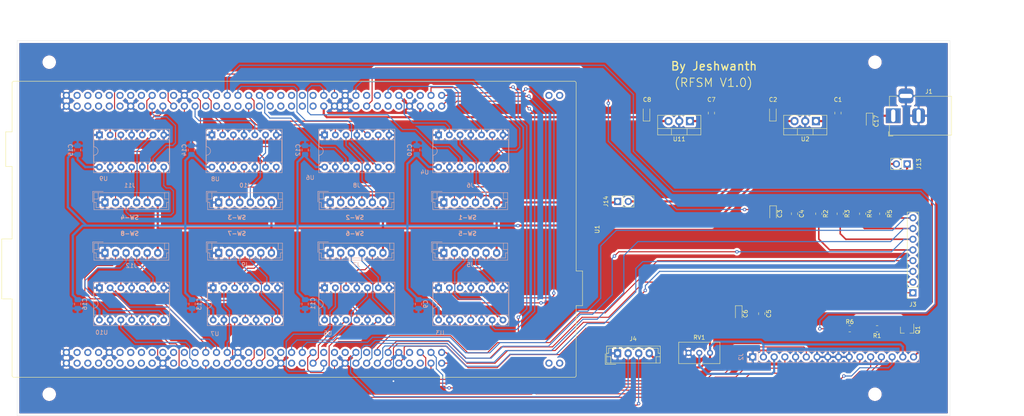
<source format=kicad_pcb>
(kicad_pcb (version 20241229) (generator "pcbnew") (generator_version "9.0")
  (layers (0 "F.Cu" signal) (2 "B.Cu" signal) (13 "F.Paste" user) (15 "B.Paste" user) (5 "F.SilkS" user) (7 "B.SilkS" user) (1 "F.Mask" user) (3 "B.Mask" user) (25 "Edge.Cuts" user))
  (net 0 "")
  (net 1 "GND")
  (net 2 "3V3")
  (net 3 "5V")
  (net 4 "12V")
  (net 5 "KR1")
  (net 6 "KR2")
  (net 7 "KR3")
  (net 8 "KR4")
  (net 9 "KC1")
  (net 10 "KC2")
  (net 11 "KC3")
  (net 12 "KC4")
  (net 13 "LCD_RS")
  (net 14 "LCD_E")
  (net 15 "LCD_D4")
  (net 16 "LCD_D5")
  (net 17 "LCD_D6")
  (net 18 "LCD_D7")
  (net 19 "Net-(Q1-Pad2)")
  (net 20 "Net-(Q1-Pad3)")
  (net 21 "LCD_DIS_EN")
  (net 22 "Net-(U1-Pad5)")
  (net 23 "Net-(U1-Pad7)")
  (net 24 "Net-(U1-Pad10)")
  (net 25 "Net-(U1-Pad12)")
  (net 26 "Net-(U1-Pad13)")
  (net 27 "Net-(U1-Pad14)")
  (net 28 "Net-(U1-Pad15)")
  (net 29 "Net-(U1-Pad18)")
  (net 30 "Net-(U1-Pad25)")
  (net 31 "Net-(U1-Pad26)")
  (net 32 "Net-(U1-Pad27)")
  (net 33 "Net-(U1-Pad28)")
  (net 34 "Net-(U1-Pad29)")
  (net 35 "Net-(U1-Pad30)")
  (net 36 "Net-(U1-Pad31)")
  (net 37 "Net-(U1-Pad33)")
  (net 38 "Net-(U1-Pad36)")
  (net 39 "Net-(U1-Pad51)")
  (net 40 "Net-(U1-Pad53)")
  (net 41 "Net-(U1-Pad62)")
  (net 42 "Net-(U1-Pad63)")
  (net 43 "Net-(U1-Pad64)")
  (net 44 "Net-(U1-Pad65)")
  (net 45 "Net-(U1-Pad66)")
  (net 46 "Net-(U1-Pad67)")
  (net 47 "Net-(U1-Pad68)")
  (net 48 "Net-(U1-Pad69)")
  (net 49 "Net-(U1-Pad70)")
  (net 50 "Net-(U1-Pad78)")
  (net 51 "Net-(U1-Pad79)")
  (net 52 "Net-(U1-Pad80)")
  (net 53 "Net-(U1-Pad87)")
  (net 54 "Net-(U1-Pad91)")
  (net 55 "Net-(U1-Pad93)")
  (net 56 "Net-(U1-Pad95)")
  (net 57 "Net-(U1-Pad100)")
  (net 58 "Net-(U1-Pad102)")
  (net 59 "Net-(U1-Pad103)")
  (net 60 "Net-(U1-Pad105)")
  (net 61 "Net-(U1-Pad106)")
  (net 62 "Net-(U1-Pad107)")
  (net 63 "Net-(U1-Pad109)")
  (net 64 "Net-(U1-Pad112)")
  (net 65 "Net-(U1-Pad116)")
  (net 66 "Net-(U1-Pad119)")
  (net 67 "Net-(U1-Pad121)")
  (net 68 "Net-(U1-Pad122)")
  (net 69 "Net-(U1-Pad123)")
  (net 70 "Net-(U1-Pad124)")
  (net 71 "Net-(U1-Pad125)")
  (net 72 "Net-(U1-Pad127)")
  (net 73 "Net-(U1-Pad128)")
  (net 74 "Net-(U1-Pad129)")
  (net 75 "Net-(U1-Pad130)")
  (net 76 "Net-(U1-Pad131)")
  (net 77 "Net-(U1-Pad132)")
  (net 78 "Net-(U1-Pad133)")
  (net 79 "Net-(U1-Pad134)")
  (net 80 "Net-(U1-Pad136)")
  (net 81 "Net-(U1-Pad137)")
  (net 82 "Net-(U1-Pad138)")
  (net 83 "Net-(U1-Pad139)")
  (net 84 "Net-(U1-Pad140)")
  (net 85 "Net-(U1-Pad141)")
  (net 86 "Net-(U1-Pad142)")
  (net 87 "Net-(J2-Pad3)")
  (net 88 "Net-(J2-Pad16)")
  (net 89 "UART_RX")
  (net 90 "UART_TX")
  (net 91 "S1_O4")
  (net 92 "S1_O3")
  (net 93 "S1_O2")
  (net 94 "S1_O1")
  (net 95 "S2_O1")
  (net 96 "S2_O2")
  (net 97 "S2_O3")
  (net 98 "S2_O4")
  (net 99 "S3_O4")
  (net 100 "S3_O3")
  (net 101 "S3_O2")
  (net 102 "S3_O1")
  (net 103 "S4_O1")
  (net 104 "S4_O2")
  (net 105 "S4_O3")
  (net 106 "S4_O4")
  (net 107 "S5_O4")
  (net 108 "S5_O3")
  (net 109 "S5_O2")
  (net 110 "S5_O1")
  (net 111 "S6_O1")
  (net 112 "S6_O2")
  (net 113 "S6_O3")
  (net 114 "S6_O4")
  (net 115 "S7_O4")
  (net 116 "S7_O3")
  (net 117 "S7_O2")
  (net 118 "S7_O1")
  (net 119 "S8_O1")
  (net 120 "S8_O2")
  (net 121 "S8_O3")
  (net 122 "S8_O4")
  (net 123 "SW_1_PIN_2")
  (net 124 "SW_1_PIN_1")
  (net 125 "SW_1_PIN_4")
  (net 126 "SW_1_PIN_3")
  (net 127 "SW_2_PIN_1")
  (net 128 "SW_2_PIN_2")
  (net 129 "SW_2_PIN_3")
  (net 130 "SW_2_PIN_4")
  (net 131 "SW_3_PIN_1")
  (net 132 "SW_3_PIN_2")
  (net 133 "SW_3_PIN_3")
  (net 134 "SW_4_PIN_1")
  (net 135 "SW_3_PIN_4")
  (net 136 "SW_4_PIN_3")
  (net 137 "SW_4_PIN_2")
  (net 138 "SW_5_PIN_1")
  (net 139 "SW_4_PIN_4")
  (net 140 "SW_5_PIN_3")
  (net 141 "SW_5_PIN_2")
  (net 142 "SW_6_PIN_1")
  (net 143 "SW_5_PIN_4")
  (net 144 "SW_6_PIN_3")
  (net 145 "SW_6_PIN_2")
  (net 146 "SW_6_PIN_4")
  (net 147 "SW_7_PIN_1")
  (net 148 "SW_7_PIN_2")
  (net 149 "SW_7_PIN_4")
  (net 150 "SW_7_PIN_3")
  (net 151 "SW_8_PIN_1")
  (net 152 "SW_8_PIN_2")
  (net 153 "SW_8_PIN_3")
  (net 154 "SW_8_PIN_4")
  (net 155 "Net-(U1-Pad32)")
  (net 156 "Net-(U1-Pad34)")
  (net 157 "Net-(U1-Pad40)")
  (net 158 "Net-(U1-Pad42)")
  (net 159 "Net-(U1-Pad43)")
  (net 160 "Net-(U1-Pad44)")
  (net 161 "Net-(U1-Pad46)")
  (net 162 "Net-(U1-Pad57)")
  (net 163 "Net-(U1-Pad58)")
  (net 164 "Net-(U1-Pad59)")
  (net 165 "Net-(U1-Pad61)")
  (net 166 "5VD")
  (net 167 "Net-(C2-Pad1)")
  (net 168 "Net-(J10-Pad6)")
  (footprint "Capacitor_SMD:C_0805_2012Metric_Pad1.18x1.45mm_HandSolder" (layer "F.Cu") (at 219.837 70.485 90)
    (property "Reference" "C1")
    (property "Value" "0.1uf")
  )
  (footprint "Capacitor_Tantalum_SMD:CP_EIA-2012-12_Kemet-R_Pad1.30x1.05mm_HandSolder" (layer "F.Cu") (at 204.4192 70.485 90)
    (property "Reference" "C2")
    (property "Value" "22uf")
  )
  (footprint "Capacitor_Tantalum_SMD:CP_EIA-2012-12_Kemet-R_Pad1.30x1.05mm_HandSolder" (layer "F.Cu") (at 204.4766 94.361 -90)
    (property "Reference" "C3")
    (property "Value" "10uf")
  )
  (footprint "Capacitor_SMD:C_0805_2012Metric_Pad1.18x1.45mm_HandSolder" (layer "F.Cu") (at 209.5534 94.361 -90)
    (property "Reference" "C4")
    (property "Value" "0.1uf")
  )
  (footprint "Capacitor_SMD:C_0805_2012Metric_Pad1.18x1.45mm_HandSolder" (layer "F.Cu") (at 201.7776 118.0592 -90)
    (property "Reference" "C5")
    (property "Value" "0.1uf")
  )
  (footprint "Capacitor_Tantalum_SMD:CP_EIA-2012-12_Kemet-R_Pad1.30x1.05mm_HandSolder" (layer "F.Cu") (at 196.342 118.0592 -90)
    (property "Reference" "C6")
    (property "Value" "10uf")
  )
  (footprint "Capacitor_SMD:C_0805_2012Metric_Pad1.18x1.45mm_HandSolder" (layer "F.Cu") (at 189.865 70.485 90)
    (property "Reference" "C7")
    (property "Value" "0.1uf")
  )
  (footprint "Capacitor_Tantalum_SMD:CP_EIA-2012-12_Kemet-R_Pad1.30x1.05mm_HandSolder" (layer "F.Cu") (at 174.498 70.485 90)
    (property "Reference" "C8")
    (property "Value" "22uf")
  )
  (footprint "Connector_BarrelJack:BarrelJack_Horizontal" (layer "F.Cu") (at 232.9307 71.12 180)
    (property "Reference" "J1")
    (property "Value" "Barrel_Jack_Switch_Pin3Ring")
  )
  (footprint "Connector_PinSocket_2.54mm:PinSocket_1x08_P2.54mm_Vertical" (layer "F.Cu") (at 237.5916 113.1062 180)
    (property "Reference" "J3")
    (property "Value" "Conn_01x08_Male")
  )
  (footprint "Connector_JST:JST_EH_B4B-EH-A_1x04_P2.50mm_Vertical" (layer "F.Cu") (at 167.64 127.4572)
    (property "Reference" "J4")
    (property "Value" "Conn_01x04_Male")
  )
  (footprint "Package_TO_SOT_SMD:SOT-23" (layer "F.Cu") (at 236.22 121.92 -90)
    (property "Reference" "Q1")
    (property "Value" "BC547")
  )
  (footprint "Resistor_SMD:R_0805_2012Metric_Pad1.20x1.40mm_HandSolder" (layer "F.Cu") (at 229.108 121.6406 180)
    (property "Reference" "R1")
    (property "Value" "1k")
  )
  (footprint "Resistor_SMD:R_0805_2012Metric_Pad1.20x1.40mm_HandSolder" (layer "F.Cu") (at 215.297 94.361 -90)
    (property "Reference" "R2")
    (property "Value" "4.7k")
  )
  (footprint "Resistor_SMD:R_0805_2012Metric_Pad1.20x1.40mm_HandSolder" (layer "F.Cu") (at 220.377 94.361 -90)
    (property "Reference" "R3")
    (property "Value" "4.7k")
  )
  (footprint "Resistor_SMD:R_0805_2012Metric_Pad1.20x1.40mm_HandSolder" (layer "F.Cu") (at 225.6856 94.361 -90)
    (property "Reference" "R4")
    (property "Value" "4.7k")
  )
  (footprint "Resistor_SMD:R_0805_2012Metric_Pad1.20x1.40mm_HandSolder" (layer "F.Cu") (at 230.4354 94.361 -90)
    (property "Reference" "R5")
    (property "Value" "4.7k")
  )
  (footprint "Resistor_SMD:R_0805_2012Metric_Pad1.20x1.40mm_HandSolder" (layer "F.Cu") (at 222.631 121.6406)
    (property "Reference" "R6")
    (property "Value" "4.7k")
  )
  (footprint "Potentiometer_THT:Potentiometer_Bourns_3296W_Vertical" (layer "F.Cu") (at 189.5348 127.3556)
    (property "Reference" "RV1")
    (property "Value" "R_POT")
  )
  (footprint "Module:ST_Morpho_Connector_144_STLink" (layer "F.Cu") (at 125.984 66.294 -90)
    (property "Reference" "U1")
    (property "Value" "NUCLEO144-F439ZI")
  )
  (footprint "Package_TO_SOT_THT:TO-220-3_Vertical" (layer "F.Cu") (at 214.63 72.39 180)
    (property "Reference" "U2")
    (property "Value" "L7805")
  )
  (footprint "Package_TO_SOT_THT:TO-220-3_Vertical" (layer "F.Cu") (at 184.785 72.39 180)
    (property "Reference" "U11")
    (property "Value" "L7805")
  )
  (footprint "MountingHole:MountingHole_2.2mm_M2" (layer "F.Cu") (at 33.02 58.42)
    (property "Reference" "REF**" (hide yes))
    (property "Value" "MountingHole_2.2mm_M2")
  )
  (footprint "MountingHole:MountingHole_2.2mm_M2" (layer "F.Cu") (at 33.02 137.16)
    (property "Reference" "REF**" (hide yes))
    (property "Value" "MountingHole_2.2mm_M2")
  )
  (footprint "MountingHole:MountingHole_2.2mm_M2" (layer "F.Cu") (at 228.6 58.42)
    (property "Reference" "REF**" (hide yes))
    (property "Value" "MountingHole_2.2mm_M2")
  )
  (footprint "MountingHole:MountingHole_2.2mm_M2" (layer "F.Cu") (at 228.6 137.16)
    (property "Reference" "REF**" (hide yes))
    (property "Value" "MountingHole_2.2mm_M2")
  )
  (footprint "Connector_PinSocket_2.54mm:PinSocket_1x02_P2.54mm_Vertical" (layer "F.Cu") (at 236.22 82.55 -90)
    (property "Reference" "J13")
    (property "Value" "Conn_01x02_Male")
  )
  (footprint "Connector_PinSocket_2.54mm:PinSocket_1x02_P2.54mm_Vertical" (layer "F.Cu") (at 167.64 91.44 90)
    (property "Reference" "J14")
    (property "Value" "Conn_01x02_Male")
  )
  (footprint "Capacitor_Tantalum_SMD:CP_EIA-2012-12_Kemet-R_Pad1.30x1.05mm_HandSolder" (layer "F.Cu") (at 227.33 72.39 -90)
    (property "Reference" "C17")
    (property "Value" "22uf")
  )
  (footprint "Connector_PinSocket_2.54mm:PinSocket_1x16_P2.54mm_Vertical" (layer "B.Cu") (at 199.644 128.3208 -90)
    (property "Reference" "J2")
    (property "Value" "LCD20x4")
  )
  (footprint "Connector_JST:JST_EH_B6B-EH-A_1x06_P2.50mm_Vertical" (layer "B.Cu") (at 126.492 103.648)
    (property "Reference" "J5")
    (property "Value" "Conn_01x06_Male")
  )
  (footprint "Connector_JST:JST_EH_B6B-EH-A_1x06_P2.50mm_Vertical" (layer "B.Cu") (at 126.492 91.678)
    (property "Reference" "J6")
    (property "Value" "Conn_01x06_Male")
  )
  (footprint "Connector_JST:JST_EH_B6B-EH-A_1x06_P2.50mm_Vertical" (layer "B.Cu") (at 99.568 103.648)
    (property "Reference" "J7")
    (property "Value" "Conn_01x06_Male")
  )
  (footprint "Connector_JST:JST_EH_B6B-EH-A_1x06_P2.50mm_Vertical" (layer "B.Cu") (at 99.568 91.678)
    (property "Reference" "J8")
    (property "Value" "Conn_01x06_Male")
  )
  (footprint "Connector_JST:JST_EH_B6B-EH-A_1x06_P2.50mm_Vertical" (layer "B.Cu") (at 73.152 103.648)
    (property "Reference" "J9")
    (property "Value" "Conn_01x06_Male")
  )
  (footprint "Connector_JST:JST_EH_B6B-EH-A_1x06_P2.50mm_Vertical" (layer "B.Cu") (at 73.152 91.678)
    (property "Reference" "J10")
    (property "Value" "Conn_01x06_Male")
  )
  (footprint "Connector_JST:JST_EH_B6B-EH-A_1x06_P2.50mm_Vertical" (layer "B.Cu") (at 46.228 91.678)
    (property "Reference" "J11")
    (property "Value" "Conn_01x06_Male")
  )
  (footprint "Connector_JST:JST_EH_B6B-EH-A_1x06_P2.50mm_Vertical" (layer "B.Cu") (at 46.228 103.648)
    (property "Reference" "J12")
    (property "Value" "Conn_01x06_Male")
  )
  (footprint "Package_DIP:DIP-14_W7.62mm_Socket" (layer "B.Cu") (at 125.2506 111.9284 -90)
    (property "Reference" "U3")
    (property "Value" "74125")
  )
  (footprint "Package_DIP:DIP-14_W7.62mm_Socket" (layer "B.Cu") (at 125.2506 75.6666 -90)
    (property "Reference" "U4")
    (property "Value" "74125")
  )
  (footprint "Package_DIP:DIP-14_W7.62mm_Socket" (layer "B.Cu") (at 98.2472 111.9284 -90)
    (property "Reference" "U5")
    (property "Value" "74125")
  )
  (footprint "Package_DIP:DIP-14_W7.62mm_Socket" (layer "B.Cu") (at 98.2472 75.6666 -90)
    (property "Reference" "U6")
    (property "Value" "74125")
  )
  (footprint "Package_DIP:DIP-14_W7.62mm_Socket" (layer "B.Cu") (at 71.8566 111.9284 -90)
    (property "Reference" "U7")
    (property "Value" "74125")
  )
  (footprint "Package_DIP:DIP-14_W7.62mm_Socket" (layer "B.Cu") (at 71.5518 75.6666 -90)
    (property "Reference" "U8")
    (property "Value" "74125")
  )
  (footprint "Package_DIP:DIP-14_W7.62mm_Socket" (layer "B.Cu") (at 44.9088 75.6666 -90)
    (property "Reference" "U9")
    (property "Value" "74125")
  )
  (footprint "Package_DIP:DIP-14_W7.62mm_Socket" (layer "B.Cu") (at 44.9088 111.9284 -90)
    (property "Reference" "U10")
    (property "Value" "74125")
  )
  (footprint "Capacitor_SMD:C_0805_2012Metric_Pad1.18x1.45mm_HandSolder" (layer "B.Cu") (at 120.485 115.7732 90)
    (property "Reference" "C9")
    (property "Value" "0.1uf")
  )
  (footprint "Capacitor_SMD:C_0805_2012Metric_Pad1.18x1.45mm_HandSolder" (layer "B.Cu") (at 120.0658 79.2613 -90)
    (property "Reference" "C10")
    (property "Value" "0.1uf")
  )
  (footprint "Capacitor_SMD:C_0805_2012Metric_Pad1.18x1.45mm_HandSolder" (layer "B.Cu") (at 93.6244 115.7732 90)
    (property "Reference" "C11")
    (property "Value" "0.1uf")
  )
  (footprint "Capacitor_SMD:C_0805_2012Metric_Pad1.18x1.45mm_HandSolder" (layer "B.Cu") (at 93.6244 79.2613 -90)
    (property "Reference" "C12")
    (property "Value" "0.1uf")
  )
  (footprint "Capacitor_SMD:C_0805_2012Metric_Pad1.18x1.45mm_HandSolder" (layer "B.Cu") (at 66.8528 115.7732 90)
    (property "Reference" "C13")
    (property "Value" "0.1uf")
  )
  (footprint "Capacitor_SMD:C_0805_2012Metric_Pad1.18x1.45mm_HandSolder" (layer "B.Cu") (at 66.675 79.2613 -90)
    (property "Reference" "C14")
    (property "Value" "0.1uf")
  )
  (footprint "Capacitor_SMD:C_0805_2012Metric_Pad1.18x1.45mm_HandSolder" (layer "B.Cu") (at 39.751 79.2613 -90)
    (property "Reference" "C15")
    (property "Value" "0.1uf")
  )
  (footprint "Capacitor_SMD:C_0805_2012Metric_Pad1.18x1.45mm_HandSolder" (layer "B.Cu") (at 39.751 115.7732 90)
    (property "Reference" "C16")
    (property "Value" "0.1uf")
  )
  (gr_line (start 246.38 53.34) (end 25.4 53.34) (stroke (width 0.05)) (layer "Edge.Cuts"))
  (gr_line (start 25.4 142.24) (end 246.38 142.24) (stroke (width 0.05)) (layer "Edge.Cuts"))
  (gr_line (start 246.38 142.24) (end 246.38 53.34) (stroke (width 0.05)) (layer "Edge.Cuts"))
  (gr_line (start 25.4 53.34) (end 25.4 142.24) (stroke (width 0.05)) (layer "Edge.Cuts"))
  (gr_text "(RFSM V1.0)\n" (at 190.3476 63.2714 0) (layer "F.SilkS") (effects (font (size 2 2) (thickness 0.2))))
  (gr_text "By Jeshwanth" (at 190.4746 59.3598 0) (layer "F.SilkS") (effects (font (size 2 2) (thickness 0.3))))
  (gr_text "SW-8" (at 52.07 99.06 0) (layer "B.SilkS") (effects (font (size 1 1) (thickness 0.2)) (justify mirror)))
  (gr_text "SW-3" (at 77.47 95.25 0) (layer "B.SilkS") (effects (font (size 1 1) (thickness 0.2)) (justify mirror)))
  (gr_text "SW-5" (at 132.08 99.06 0) (layer "B.SilkS") (effects (font (size 1 1) (thickness 0.2)) (justify mirror)))
  (gr_text "SW-6" (at 105.41 99.06 0) (layer "B.SilkS") (effects (font (size 1 1) (thickness 0.2)) (justify mirror)))
  (gr_text "SW-4" (at 52.07 95.25 0) (layer "B.SilkS") (effects (font (size 1 1) (thickness 0.2)) (justify mirror)))
  (gr_text "SW-2" (at 105.41 95.25 0) (layer "B.SilkS") (effects (font (size 1 1) (thickness 0.2)) (justify mirror)))
  (gr_text "SW-7" (at 77.47 99.06 0) (layer "B.SilkS") (effects (font (size 1 1) (thickness 0.2)) (justify mirror)))
  (gr_text "SW-1" (at 132.08 95.25 0) (layer "B.SilkS") (effects (font (size 1 1) (thickness 0.2)) (justify mirror)))
  (segment (start 55.0688 119.5484) (end 55.0688 121.8454) (width 0.254) (layer "F.Cu") (net 1))
  (segment (start 58.6994 128.5494) (end 59.944 129.794) (width 0.254) (layer "F.Cu") (net 1))
  (segment (start 58.6994 125.476) (end 58.6994 128.5494) (width 0.254) (layer "F.Cu") (net 1))
  (segment (start 55.0688 121.8454) (end 58.6994 125.476) (width 0.254) (layer "F.Cu") (net 1))
  (via (at 114.554 134.0612) (size 0.8) (drill 0.4) (layers "F.Cu" "B.Cu") (net 1))
  (segment (start 114.554 128.524) (end 114.554 131.4704) (width 0.254) (layer "B.Cu") (net 1))
  (segment (start 115.824 127.254) (end 114.554 128.524) (width 0.254) (layer "B.Cu") (net 1))
  (segment (start 114.554 131.4704) (end 114.554 131.9784) (width 0.254) (layer "B.Cu") (net 1))
  (segment (start 114.554 131.4704) (end 114.554 134.0612) (width 0.508) (layer "B.Cu") (net 1))
  (segment (start 108.204 68.834) (end 109.4994 67.5386) (width 0.254) (layer "F.Cu") (net 2))
  (segment (start 110.2868 59.7916) (end 158.5722 59.7916) (width 0.254) (layer "F.Cu") (net 2))
  (segment (start 225.6856 93.361) (end 220.377 93.361) (width 0.381) (layer "F.Cu") (net 2))
  (segment (start 204.461 93.3704) (end 204.4766 93.386) (width 0.254) (layer "F.Cu") (net 2))
  (segment (start 215.297 93.361) (end 209.5909 93.361) (width 0.381) (layer "F.Cu") (net 2))
  (segment (start 230.4354 93.361) (end 225.6856 93.361) (width 0.381) (layer "F.Cu") (net 2))
  (segment (start 220.377 93.361) (end 215.297 93.361) (width 0.381) (layer "F.Cu") (net 2))
  (segment (start 109.4994 67.5386) (end 109.4994 60.579) (width 0.254) (layer "F.Cu") (net 2))
  (segment (start 158.5722 59.7916) (end 165.4556 66.675) (width 0.254) (layer "F.Cu") (net 2))
  (segment (start 165.4556 66.675) (end 165.4556 68.1482) (width 0.254) (layer "F.Cu") (net 2))
  (segment (start 197.7136 93.3704) (end 204.461 93.3704) (width 0.254) (layer "F.Cu") (net 2))
  (segment (start 209.5909 93.361) (end 209.5534 93.3235) (width 0.381) (layer "F.Cu") (net 2))
  (segment (start 109.4994 60.579) (end 110.2868 59.7916) (width 0.254) (layer "F.Cu") (net 2))
  (segment (start 204.5391 93.3235) (end 204.4766 93.386) (width 0.381) (layer "F.Cu") (net 2))
  (segment (start 209.5534 93.3235) (end 204.5391 93.3235) (width 0.381) (layer "F.Cu") (net 2))
  (via (at 197.7136 93.3704) (size 0.8) (drill 0.4) (layers "F.Cu" "B.Cu") (net 2))
  (via (at 165.4556 68.1482) (size 0.8) (drill 0.4) (layers "F.Cu" "B.Cu") (net 2))
  (segment (start 165.4556 68.1482) (end 165.4556 77.1906) (width 0.254) (layer "B.Cu") (net 2))
  (segment (start 181.61 93.345) (end 197.6882 93.345) (width 0.254) (layer "B.Cu") (net 2))
  (segment (start 165.4556 77.1906) (end 181.61 93.345) (width 0.254) (layer "B.Cu") (net 2))
  (segment (start 197.6882 93.345) (end 197.7136 93.3704) (width 0.254) (layer "B.Cu") (net 2))
  (segment (start 240.3602 116.967) (end 201.8323 116.967) (width 0.508) (layer "F.Cu") (net 3))
  (segment (start 201.7151 117.0842) (end 201.7776 117.0217) (width 0.508) (layer "F.Cu") (net 3))
  (segment (start 207.01 87.63) (end 236.22 87.63) (width 0.508) (layer "F.Cu") (net 3))
  (segment (start 196.342 117.0842) (end 194.396 117.0842) (width 0.508) (layer "F.Cu") (net 3))
  (segment (start 236.22 82.55) (end 236.22 87.63) (width 0.508) (layer "F.Cu") (net 3))
  (segment (start 199.4408 87.63) (end 207.01 87.63) (width 0.508) (layer "F.Cu") (net 3))
  (segment (start 201.8323 116.967) (end 201.7776 117.0217) (width 0.508) (layer "F.Cu") (net 3))
  (segment (start 176.212401 128.529601) (end 179.329601 128.529601) (width 0.508) (layer "F.Cu") (net 3))
  (segment (start 175.14 127.4572) (end 176.212401 128.529601) (width 0.508) (layer "F.Cu") (net 3))
  (segment (start 196.342 117.0842) (end 201.7151 117.0842) (width 0.508) (layer "F.Cu") (net 3))
  (segment (start 242.0874 89.2556) (end 242.0874 115.2398) (width 0.508) (layer "F.Cu") (net 3))
  (segment (start 187.325 130.81) (end 189.5348 128.6002) (width 0.508) (layer "F.Cu") (net 3))
  (segment (start 240.4618 87.63) (end 242.0874 89.2556) (width 0.508) (layer "F.Cu") (net 3))
  (segment (start 179.329601 128.529601) (end 181.61 130.81) (width 0.508) (layer "F.Cu") (net 3))
  (segment (start 194.396 117.0842) (end 189.5348 121.9454) (width 0.508) (layer "F.Cu") (net 3))
  (segment (start 189.5348 128.6002) (end 189.5348 127.3556) (width 0.508) (layer "F.Cu") (net 3))
  (segment (start 181.61 130.81) (end 187.325 130.81) (width 0.508) (layer "F.Cu") (net 3))
  (segment (start 144.0688 97.155) (end 189.9158 97.155) (width 0.508) (layer "F.Cu") (net 3))
  (segment (start 242.0874 115.2398) (end 240.3602 116.967) (width 0.508) (layer "F.Cu") (net 3))
  (segment (start 189.5348 121.9454) (end 189.5348 127.3556) (width 0.508) (layer "F.Cu") (net 3))
  (segment (start 236.22 87.63) (end 240.4618 87.63) (width 0.508) (layer "F.Cu") (net 3))
  (segment (start 144.0434 97.1804) (end 144.0688 97.155) (width 0.508) (layer "F.Cu") (net 3))
  (segment (start 189.9158 97.155) (end 199.4408 87.63) (width 0.508) (layer "F.Cu") (net 3))
  (via (at 144.0434 97.1804) (size 0.8) (drill 0.4) (layers "F.Cu" "B.Cu") (net 3))
  (segment (start 65.2526 97.1804) (end 65.2526 113.1355) (width 0.508) (layer "B.Cu") (net 3))
  (segment (start 41.5544 83.2866) (end 44.9088 83.2866) (width 0.508) (layer "B.Cu") (net 3))
  (segment (start 122.936 83.2866) (end 125.2506 83.2866) (width 0.508) (layer "B.Cu") (net 3))
  (segment (start 69.6253 114.7357) (end 71.8566 116.967) (width 0.508) (layer "B.Cu") (net 3))
  (segment (start 42.4727 114.7357) (end 44.9088 117.1718) (width 0.508) (layer "B.Cu") (net 3))
  (segment (start 96.1898 83.2866) (end 98.2472 83.2866) (width 0.508) (layer "B.Cu") (net 3))
  (segment (start 91.821 97.1804) (end 65.2526 97.1804) (width 0.508) (layer "B.Cu") (net 3))
  (segment (start 117.856 97.1804) (end 91.821 97.1804) (width 0.508) (layer "B.Cu") (net 3))
  (segment (start 91.821 82.1022) (end 93.6244 80.2988) (width 0.508) (layer "B.Cu") (net 3))
  (segment (start 44.9088 117.1718) (end 44.9088 119.5484) (width 0.508) (layer "B.Cu") (net 3))
  (segment (start 202.184 125.349) (end 202.184 128.3208) (width 0.508) (layer "B.Cu") (net 3))
  (segment (start 235.204 125.9078) (end 235.204 128.3208) (width 0.508) (layer "B.Cu") (net 3))
  (segment (start 201.549 124.714) (end 202.184 125.349) (width 0.508) (layer "B.Cu") (net 3))
  (segment (start 117.856 82.5086) (end 120.0658 80.2988) (width 0.508) (layer "B.Cu") (net 3))
  (segment (start 120.485 114.7357) (end 123.2193 114.7357) (width 0.508) (layer "B.Cu") (net 3))
  (segment (start 38.608 113.5927) (end 39.751 114.7357) (width 0.508) (layer "B.Cu") (net 3))
  (segment (start 71.8566 116.967) (end 71.8566 119.5484) (width 0.508) (layer "B.Cu") (net 3))
  (segment (start 120.0658 80.4164) (end 122.936 83.2866) (width 0.508) (layer "B.Cu") (net 3))
  (segment (start 41.8338 97.1804) (end 40.9194 97.1804) (width 0.508) (layer "B.Cu") (net 3))
  (segment (start 125.2506 116.767) (end 125.2506 119.5484) (width 0.508) (layer "B.Cu") (net 3))
  (segment (start 93.6244 80.2988) (end 93.6244 80.7212) (width 0.508) (layer "B.Cu") (net 3))
  (segment (start 38.1922 80.2988) (end 39.751 80.2988) (width 0.508) (layer "B.Cu") (net 3))
  (segment (start 91.821 97.1804) (end 91.821 82.1022) (width 0.508) (layer "B.Cu") (net 3))
  (segment (start 67.0908 80.2988) (end 70.0786 83.2866) (width 0.508) (layer "B.Cu") (net 3))
  (segment (start 120.0658 80.2988) (end 120.0658 80.4164) (width 0.508) (layer "B.Cu") (net 3))
  (segment (start 189.5348 127.3556) (end 189.5348 125.9078) (width 0.508) (layer "B.Cu") (net 3))
  (segment (start 39.751 81.4832) (end 41.5544 83.2866) (width 0.508) (layer "B.Cu") (net 3))
  (segment (start 190.7286 124.714) (end 201.549 124.714) (width 0.508) (layer "B.Cu") (net 3))
  (segment (start 123.2193 114.7357) (end 125.2506 116.767) (width 0.508) (layer "B.Cu") (net 3))
  (segment (start 65.2526 113.1355) (end 66.8528 114.7357) (width 0.508) (layer "B.Cu") (net 3))
  (segment (start 144.0434 97.1804) (end 117.856 97.1804) (width 0.508) (layer "B.Cu") (net 3))
  (segment (start 93.6244 114.7357) (end 96.2191 114.7357) (width 0.508) (layer "B.Cu") (net 3))
  (segment (start 98.2472 116.7638) (end 98.2472 119.5484) (width 0.508) (layer "B.Cu") (net 3))
  (segment (start 202.184 125.349) (end 234.6452 125.349) (width 0.508) (layer "B.Cu") (net 3))
  (segment (start 93.6244 80.7212) (end 96.1898 83.2866) (width 0.508) (layer "B.Cu") (net 3))
  (segment (start 65.2526 97.1804) (end 41.8338 97.1804) (width 0.508) (layer "B.Cu") (net 3))
  (segment (start 234.6452 125.349) (end 235.204 125.9078) (width 0.508) (layer "B.Cu") (net 3))
  (segment (start 39.751 80.2988) (end 39.751 81.4832) (width 0.508) (layer "B.Cu") (net 3))
  (segment (start 70.0786 83.2866) (end 71.5518 83.2866) (width 0.508) (layer "B.Cu") (net 3))
  (segment (start 96.2191 114.7357) (end 98.2472 116.7638) (width 0.508) (layer "B.Cu") (net 3))
  (segment (start 65.2526 81.7212) (end 66.675 80.2988) (width 0.508) (layer "B.Cu") (net 3))
  (segment (start 37.4396 81.0514) (end 38.1922 80.2988) (width 0.508) (layer "B.Cu") (net 3))
  (segment (start 189.5348 125.9078) (end 190.7286 124.714) (width 0.508) (layer "B.Cu") (net 3))
  (segment (start 37.4396 92.7862) (end 37.4396 81.0514) (width 0.508) (layer "B.Cu") (net 3))
  (segment (start 91.821 97.1804) (end 91.821 112.9323) (width 0.508) (layer "B.Cu") (net 3))
  (segment (start 91.821 112.9323) (end 93.6244 114.7357) (width 0.508) (layer "B.Cu") (net 3))
  (segment (start 65.2526 97.1804) (end 65.2526 81.7212) (width 0.508) (layer "B.Cu") (net 3))
  (segment (start 117.856 97.1804) (end 117.856 112.1067) (width 0.508) (layer "B.Cu") (net 3))
  (segment (start 39.751 114.7357) (end 42.4727 114.7357) (width 0.508) (layer "B.Cu") (net 3))
  (segment (start 66.675 80.2988) (end 67.0908 80.2988) (width 0.508) (layer "B.Cu") (net 3))
  (segment (start 66.8528 114.7357) (end 69.6253 114.7357) (width 0.508) (layer "B.Cu") (net 3))
  (segment (start 117.856 112.1067) (end 120.485 114.7357) (width 0.508) (layer "B.Cu") (net 3))
  (segment (start 41.8338 97.1804) (end 37.4396 92.7862) (width 0.508) (layer "B.Cu") (net 3))
  (segment (start 40.9194 97.1804) (end 38.608 99.4918) (width 0.508) (layer "B.Cu") (net 3))
  (segment (start 117.856 97.1804) (end 117.856 82.5086) (width 0.508) (layer "B.Cu") (net 3))
  (segment (start 38.608 99.4918) (end 38.608 113.5927) (width 0.508) (layer "B.Cu") (net 3))
  (segment (start 222.885 65.405) (end 224.5575 67.0775) (width 0.508) (layer "F.Cu") (net 4))
  (segment (start 224.2351 71.5225) (end 224.5575 71.2001) (width 0.508) (layer "F.Cu") (net 4))
  (segment (start 218.0375 71.5225) (end 219.837 71.5225) (width 0.508) (layer "F.Cu") (net 4))
  (segment (start 200.66 81.28) (end 190.5 91.44) (width 0.508) (layer "F.Cu") (net 4))
  (segment (start 227.625 71.12) (end 227.33 71.415) (width 0.508) (layer "F.Cu") (net 4))
  (segment (start 224.5575 71.2001) (end 227.1151 71.2001) (width 0.508) (layer "F.Cu") (net 4))
  (segment (start 184.785 72.39) (end 186.69 72.39) (width 0.508) (layer "F.Cu") (net 4))
  (segment (start 232.9307 71.12) (end 227.625 71.12) (width 0.508) (layer "F.Cu") (net 4))
  (segment (start 186.69 72.39) (end 187.5575 71.5225) (width 0.508) (layer "F.Cu") (net 4))
  (segment (start 217.17 72.39) (end 218.0375 71.5225) (width 0.508) (layer "F.Cu") (net 4))
  (segment (start 194.5425 71.5225) (end 200.66 65.405) (width 0.508) (layer "F.Cu") (net 4))
  (segment (start 187.5575 71.5225) (end 189.865 71.5225) (width 0.508) (layer "F.Cu") (net 4))
  (segment (start 200.66 65.405) (end 222.885 65.405) (width 0.508) (layer "F.Cu") (net 4))
  (segment (start 227.1151 71.2001) (end 227.33 71.415) (width 0.508) (layer "F.Cu") (net 4))
  (segment (start 190.5 91.44) (end 170.18 91.44) (width 0.508) (layer "F.Cu") (net 4))
  (segment (start 224.5575 67.0775) (end 224.5575 71.2001) (width 0.508) (layer "F.Cu") (net 4))
  (segment (start 214.63 72.39) (end 217.17 72.39) (width 0.508) (layer "F.Cu") (net 4))
  (segment (start 189.865 71.5225) (end 194.5425 71.5225) (width 0.508) (layer "F.Cu") (net 4))
  (segment (start 200.66 65.405) (end 200.66 81.28) (width 0.508) (layer "F.Cu") (net 4))
  (segment (start 219.837 71.5225) (end 224.2351 71.5225) (width 0.508) (layer "F.Cu") (net 4))
  (segment (start 115.824 129.794) (end 117.094 128.524) (width 0.254) (layer "F.Cu") (net 5))
  (segment (start 132.2324 130.8608) (end 139.1412 130.8608) (width 0.254) (layer "F.Cu") (net 5))
  (segment (start 160.1978 121.4882) (end 167.4622 121.4882) (width 0.254) (layer "F.Cu") (net 5))
  (segment (start 117.348 125.7808) (end 127.1524 125.7808) (width 0.254) (layer "F.Cu") (net 5))
  (segment (start 167.4622 121.4882) (end 174.4218 114.5286) (width 0.254) (layer "F.Cu") (net 5))
  (segment (start 127.1524 125.7808) (end 132.2324 130.8608) (width 0.254) (layer "F.Cu") (net 5))
  (segment (start 117.094 128.524) (end 117.094 126.0348) (width 0.254) (layer "F.Cu") (net 5))
  (segment (start 117.094 126.0348) (end 117.348 125.7808) (width 0.254) (layer "F.Cu") (net 5))
  (segment (start 139.1412 130.8608) (end 142.24 127.762) (width 0.254) (layer "F.Cu") (net 5))
  (segment (start 184.658 114.5286) (end 186.0804 113.1062) (width 0.254) (layer "F.Cu") (net 5))
  (segment (start 174.4218 114.5286) (end 184.658 114.5286) (width 0.254) (layer "F.Cu") (net 5))
  (segment (start 186.0804 113.1062) (end 237.5916 113.1062) (width 0.254) (layer "F.Cu") (net 5))
  (segment (start 153.924 127.762) (end 160.1978 121.4882) (width 0.254) (layer "F.Cu") (net 5))
  (segment (start 142.24 127.762) (end 153.924 127.762) (width 0.254) (layer "F.Cu") (net 5))
  (segment (start 113.284 126.5682) (end 115.2652 124.587) (width 0.254) (layer "F.Cu") (net 6))
  (segment (start 159.2326 118.9228) (end 165.5064 118.9228) (width 0.254) (layer "F.Cu") (net 6))
  (segment (start 173.863 110.5662) (end 237.5916 110.5662) (width 0.254) (layer "F.Cu") (net 6))
  (segment (start 137.414 128.6002) (end 140.081 125.9332) (width 0.254) (layer "F.Cu") (net 6))
  (segment (start 140.081 125.9332) (end 152.2222 125.9332) (width 0.254) (layer "F.Cu") (net 6))
  (segment (start 127.6096 124.587) (end 131.6482 128.6256) (width 0.254) (layer "F.Cu") (net 6))
  (segment (start 131.6482 128.6256) (end 131.6736 128.6002) (width 0.254) (layer "F.Cu") (net 6))
  (segment (start 165.5064 118.9228) (end 173.863 110.5662) (width 0.254) (layer "F.Cu") (net 6))
  (segment (start 131.6736 128.6002) (end 137.414 128.6002) (width 0.254) (layer "F.Cu") (net 6))
  (segment (start 115.2652 124.587) (end 127.6096 124.587) (width 0.254) (layer "F.Cu") (net 6))
  (segment (start 113.284 127.254) (end 113.284 126.5682) (width 0.254) (layer "F.Cu") (net 6))
  (segment (start 152.2222 125.9332) (end 159.2326 118.9228) (width 0.254) (layer "F.Cu") (net 6))
  (segment (start 131.953 129.794) (end 131.9784 129.8194) (width 0.254) (layer "F.Cu") (net 7))
  (segment (start 141.6304 126.7968) (end 152.8572 126.7968) (width 0.254) (layer "F.Cu") (net 7))
  (segment (start 174.2186 112.5728) (end 174.2186 112.5474) (width 0.254) (layer "F.Cu") (net 7))
  (segment (start 166.6748 120.1166) (end 174.2186 112.5728) (width 0.254) (layer "F.Cu") (net 7))
  (segment (start 131.9784 129.8194) (end 138.6078 129.8194) (width 0.254) (layer "F.Cu") (net 7))
  (segment (start 159.5374 120.1166) (end 166.6748 120.1166) (width 0.254) (layer "F.Cu") (net 7))
  (segment (start 114.554 126.1618) (end 115.5446 125.1712) (width 0.254) (layer "F.Cu") (net 7))
  (segment (start 127.3302 125.1712) (end 130.429 128.27) (width 0.254) (layer "F.Cu") (net 7))
  (segment (start 138.6078 129.8194) (end 141.6304 126.7968) (width 0.254) (layer "F.Cu") (net 7))
  (segment (start 152.8572 126.7968) (end 159.5374 120.1166) (width 0.254) (layer "F.Cu") (net 7))
  (segment (start 113.284 129.794) (end 114.554 128.524) (width 0.254) (layer "F.Cu") (net 7))
  (segment (start 115.5446 125.1712) (end 127.3302 125.1712) (width 0.254) (layer "F.Cu") (net 7))
  (segment (start 130.429 128.27) (end 131.953 129.794) (width 0.254) (layer "F.Cu") (net 7))
  (segment (start 114.554 128.524) (end 114.554 126.1618) (width 0.254) (layer "F.Cu") (net 7))
  (via (at 174.2186 112.5474) (size 0.8) (drill 0.4) (layers "F.Cu" "B.Cu") (net 7))
  (segment (start 177.5968 108.0262) (end 237.5916 108.0262) (width 0.254) (layer "B.Cu") (net 7))
  (segment (start 174.2186 111.4044) (end 177.5968 108.0262) (width 0.254) (layer "B.Cu") (net 7))
  (segment (start 174.2186 112.5474) (end 174.2186 111.4044) (width 0.254) (layer "B.Cu") (net 7))
  (segment (start 164.7444 117.856) (end 177.1142 105.4862) (width 0.254) (layer "F.Cu") (net 8))
  (segment (start 136.779 127.3556) (end 139.2174 124.9172) (width 0.254) (layer "F.Cu") (net 8))
  (segment (start 158.6738 117.856) (end 164.7444 117.856) (width 0.254) (layer "F.Cu") (net 8))
  (segment (start 110.744 126.238) (end 113.7158 123.2662) (width 0.254) (layer "F.Cu") (net 8))
  (segment (start 139.2174 124.9172) (end 151.6126 124.9172) (width 0.254) (layer "F.Cu") (net 8))
  (segment (start 113.7158 123.2662) (end 128.0922 123.2662) (width 0.254) (layer "F.Cu") (net 8))
  (segment (start 110.744 127.254) (end 110.744 126.238) (width 0.254) (layer "F.Cu") (net 8))
  (segment (start 177.1142 105.4862) (end 237.5916 105.4862) (width 0.254) (layer "F.Cu") (net 8))
  (segment (start 132.1816 127.3556) (end 136.779 127.3556) (width 0.254) (layer "F.Cu") (net 8))
  (segment (start 151.6126 124.9172) (end 158.6738 117.856) (width 0.254) (layer "F.Cu") (net 8))
  (segment (start 128.0922 123.2662) (end 132.1816 127.3556) (width 0.254) (layer "F.Cu") (net 8))
  (segment (start 217.8812 102.9462) (end 237.5916 102.9462) (width 0.381) (layer "F.Cu") (net 9))
  (segment (start 215.297 95.361) (end 215.297 100.362) (width 0.381) (layer "F.Cu") (net 9))
  (segment (start 215.297 100.362) (end 217.8812 102.9462) (width 0.381) (layer "F.Cu") (net 9))
  (segment (start 142.1384 127.6858) (end 153.1366 127.6858) (width 0.254) (layer "B.Cu") (net 9))
  (segment (start 112.014 128.524) (end 112.014 126.2126) (width 0.254) (layer "B.Cu") (net 9))
  (segment (start 171.958 112.903) (end 171.958 107.3404) (width 0.254) (layer "B.Cu") (net 9))
  (segment (start 160.4264 120.396) (end 164.465 120.396) (width 0.254) (layer "B.Cu") (net 9))
  (segment (start 139.2936 130.5306) (end 142.1384 127.6858) (width 0.254) (layer "B.Cu") (net 9))
  (segment (start 153.1366 127.6858) (end 160.4264 120.396) (width 0.254) (layer "B.Cu") (net 9))
  (segment (start 171.958 107.3404) (end 173.5836 105.7148) (width 0.254) (layer "B.Cu") (net 9))
  (segment (start 235.9406 102.9462) (end 237.5916 102.9462) (width 0.254) (layer "B.Cu") (net 9))
  (segment (start 131.7498 130.5306) (end 139.2936 130.5306) (width 0.254) (layer "B.Cu") (net 9))
  (segment (start 126.9238 125.7046) (end 131.7498 130.5306) (width 0.254) (layer "B.Cu") (net 9))
  (segment (start 112.014 126.2126) (end 112.522 125.7046) (width 0.254) (layer "B.Cu") (net 9))
  (segment (start 112.522 125.7046) (end 126.9238 125.7046) (width 0.254) (layer "B.Cu") (net 9))
  (segment (start 164.465 120.396) (end 171.958 112.903) (width 0.254) (layer "B.Cu") (net 9))
  (segment (start 233.172 105.7148) (end 235.9406 102.9462) (width 0.254) (layer "B.Cu") (net 9))
  (segment (start 110.744 129.794) (end 112.014 128.524) (width 0.254) (layer "B.Cu") (net 9))
  (segment (start 173.5836 105.7148) (end 233.172 105.7148) (width 0.254) (layer "B.Cu") (net 9))
  (segment (start 166.9034 104.394) (end 167.9194 103.378) (width 0.254) (layer "F.Cu") (net 10))
  (segment (start 221.6912 100.4062) (end 237.5916 100.4062) (width 0.381) (layer "F.Cu") (net 10))
  (segment (start 220.377 95.361) (end 220.377 99.092) (width 0.381) (layer "F.Cu") (net 10))
  (segment (start 220.377 99.092) (end 221.6912 100.4062) (width 0.381) (layer "F.Cu") (net 10))
  (segment (start 167.9194 103.378) (end 195.9102 103.378) (width 0.254) (layer "F.Cu") (net 10))
  (via (at 166.9034 104.394) (size 0.8) (drill 0.4) (layers "F.Cu" "B.Cu") (net 10))
  (via (at 195.9102 103.378) (size 0.8) (drill 0.4) (layers "F.Cu" "B.Cu") (net 10))
  (segment (start 109.0422 125.5776) (end 110.1852 124.4346) (width 0.254) (layer "B.Cu") (net 10))
  (segment (start 166.37 113.5634) (end 166.37 105.3592) (width 0.254) (layer "B.Cu") (net 10))
  (segment (start 137.668 128.6002) (end 137.6934 128.6002) (width 0.254) (layer "B.Cu") (net 10))
  (segment (start 106.9594 128.4986) (end 106.9594 126.2126) (width 0.254) (layer "B.Cu") (net 10))
  (segment (start 235.4834 100.4062) (end 232.5116 103.378) (width 0.254) (layer "B.Cu") (net 10))
  (segment (start 166.37 104.9274) (end 166.9034 104.394) (width 0.254) (layer "B.Cu") (net 10))
  (segment (start 110.1852 124.4346) (end 127.6096 124.4346) (width 0.254) (layer "B.Cu") (net 10))
  (segment (start 106.9594 126.2126) (end 107.5944 125.5776) (width 0.254) (layer "B.Cu") (net 10))
  (segment (start 107.5944 125.5776) (end 109.0422 125.5776) (width 0.254) (layer "B.Cu") (net 10))
  (segment (start 137.6934 128.6002) (end 140.5128 125.7808) (width 0.254) (layer "B.Cu") (net 10))
  (segment (start 131.1402 127.9652) (end 131.7752 128.6002) (width 0.254) (layer "B.Cu") (net 10))
  (segment (start 140.5128 125.7808) (end 151.257 125.7808) (width 0.254) (layer "B.Cu") (net 10))
  (segment (start 127.6096 124.4346) (end 131.1402 127.9652) (width 0.254) (layer "B.Cu") (net 10))
  (segment (start 158.8008 118.237) (end 161.6964 118.237) (width 0.254) (layer "B.Cu") (net 10))
  (segment (start 161.6964 118.237) (end 166.37 113.5634) (width 0.254) (layer "B.Cu") (net 10))
  (segment (start 131.7752 128.6002) (end 137.668 128.6002) (width 0.254) (layer "B.Cu") (net 10))
  (segment (start 166.37 105.3592) (end 166.37 104.9274) (width 0.254) (layer "B.Cu") (net 10))
  (segment (start 151.257 125.7808) (end 158.8008 118.237) (width 0.254) (layer "B.Cu") (net 10))
  (segment (start 232.5116 103.378) (end 195.9102 103.378) (width 0.254) (layer "B.Cu") (net 10))
  (segment (start 237.5916 100.4062) (end 235.4834 100.4062) (width 0.254) (layer "B.Cu") (net 10))
  (segment (start 105.664 129.794) (end 106.9594 128.4986) (width 0.254) (layer "B.Cu") (net 10))
  (segment (start 225.6856 95.361) (end 225.6856 97.4156) (width 0.381) (layer "F.Cu") (net 11))
  (segment (start 226.1362 97.8662) (end 237.5916 97.8662) (width 0.381) (layer "F.Cu") (net 11))
  (segment (start 225.6856 97.4156) (end 226.1362 97.8662) (width 0.381) (layer "F.Cu") (net 11))
  (segment (start 159.4358 119.38) (end 162.814 119.38) (width 0.254) (layer "B.Cu") (net 11))
  (segment (start 127.3048 125.095) (end 130.3528 128.143) (width 0.254) (layer "B.Cu") (net 11))
  (segment (start 169.1132 104.2924) (end 172.4406 100.965) (width 0.254) (layer "B.Cu") (net 11))
  (segment (start 138.4046 129.5654) (end 141.1478 126.8222) (width 0.254) (layer "B.Cu") (net 11))
  (segment (start 151.9936 126.8222) (end 159.4358 119.38) (width 0.254) (layer "B.Cu") (net 11))
  (segment (start 232.3084 100.965) (end 235.4072 97.8662) (width 0.254) (layer "B.Cu") (net 11))
  (segment (start 131.8006 129.5654) (end 138.4046 129.5654) (width 0.254) (layer "B.Cu") (net 11))
  (segment (start 172.4406 100.965) (end 232.3084 100.965) (width 0.254) (layer "B.Cu") (net 11))
  (segment (start 162.814 119.38) (end 169.1132 113.0808) (width 0.254) (layer "B.Cu") (net 11))
  (segment (start 109.4486 126.2126) (end 110.5662 125.095) (width 0.254) (layer "B.Cu") (net 11))
  (segment (start 108.204 129.794) (end 109.4486 128.5494) (width 0.254) (layer "B.Cu") (net 11))
  (segment (start 110.5662 125.095) (end 127.3048 125.095) (width 0.254) (layer "B.Cu") (net 11))
  (segment (start 109.4486 128.5494) (end 109.4486 126.2126) (width 0.254) (layer "B.Cu") (net 11))
  (segment (start 130.3782 128.143) (end 131.8006 129.5654) (width 0.254) (layer "B.Cu") (net 11))
  (segment (start 169.1132 113.0808) (end 169.1132 104.2924) (width 0.254) (layer "B.Cu") (net 11))
  (segment (start 235.4072 97.8662) (end 237.5916 97.8662) (width 0.254) (layer "B.Cu") (net 11))
  (segment (start 130.3528 128.143) (end 130.3782 128.143) (width 0.254) (layer "B.Cu") (net 11))
  (segment (start 141.1478 126.8222) (end 151.9936 126.8222) (width 0.254) (layer "B.Cu") (net 11))
  (segment (start 230.4354 95.361) (end 237.5568 95.361) (width 0.381) (layer "F.Cu") (net 12))
  (segment (start 237.5568 95.361) (end 237.5916 95.3262) (width 0.381) (layer "F.Cu") (net 12))
  (segment (start 235.7374 95.3262) (end 237.5916 95.3262) (width 0.254) (layer "B.Cu") (net 12))
  (segment (start 232.7656 98.298) (end 235.7374 95.3262) (width 0.254) (layer "B.Cu") (net 12))
  (segment (start 92.964 125.984) (end 94.107 124.841) (width 0.254) (layer "B.Cu") (net 12))
  (segment (start 163.6522 114.4016) (end 163.6522 101.981) (width 0.254) (layer "B.Cu") (net 12))
  (segment (start 167.3352 98.298) (end 232.7656 98.298) (width 0.254) (layer "B.Cu") (net 12))
  (segment (start 127.9906 123.6726) (end 131.6482 127.3302) (width 0.254) (layer "B.Cu") (net 12))
  (segment (start 109.5756 123.6726) (end 127.9906 123.6726) (width 0.254) (layer "B.Cu") (net 12))
  (segment (start 157.9118 117.5004) (end 160.5534 117.5004) (width 0.254) (layer "B.Cu") (net 12))
  (segment (start 160.5534 117.5004) (end 163.6522 114.4016) (width 0.254) (layer "B.Cu") (net 12))
  (segment (start 139.8016 124.9172) (end 150.495 124.9172) (width 0.254) (layer "B.Cu") (net 12))
  (segment (start 131.6482 127.3302) (end 137.3886 127.3302) (width 0.254) (layer "B.Cu") (net 12))
  (segment (start 163.6522 101.981) (end 167.3352 98.298) (width 0.254) (layer "B.Cu") (net 12))
  (segment (start 94.107 124.841) (end 108.4072 124.841) (width 0.254) (layer "B.Cu") (net 12))
  (segment (start 92.964 127.254) (end 92.964 125.984) (width 0.254) (layer "B.Cu") (net 12))
  (segment (start 108.4072 124.841) (end 109.5756 123.6726) (width 0.254) (layer "B.Cu") (net 12))
  (segment (start 150.495 124.9172) (end 157.9118 117.5004) (width 0.254) (layer "B.Cu") (net 12))
  (segment (start 137.3886 127.3302) (end 139.8016 124.9172) (width 0.254) (layer "B.Cu") (net 12))
  (segment (start 130.8608 132.6896) (end 149.2758 132.6896) (width 0.254) (layer "F.Cu") (net 13))
  (segment (start 197.739 130.9878) (end 206.6036 130.9878) (width 0.254) (layer "F.Cu") (net 13))
  (segment (start 151.3078 134.7216) (end 189.1538 134.7216) (width 0.254) (layer "F.Cu") (net 13))
  (segment (start 149.2758 132.6896) (end 151.3078 134.7216) (width 0.254) (layer "F.Cu") (net 13))
  (segment (start 206.6036 130.9878) (end 207.264 130.3274) (width 0.254) (layer "F.Cu") (net 13))
  (segment (start 195.6054 133.1214) (end 197.739 130.9878) (width 0.254) (layer "F.Cu") (net 13))
  (segment (start 189.1538 134.7216) (end 190.754 133.1214) (width 0.254) (layer "F.Cu") (net 13))
  (segment (start 207.264 130.3274) (end 207.264 128.3208) (width 0.254) (layer "F.Cu") (net 13))
  (segment (start 125.984 129.794) (end 127.9652 129.794) (width 0.254) (layer "F.Cu") (net 13))
  (segment (start 190.754 133.1214) (end 195.6054 133.1214) (width 0.254) (layer "F.Cu") (net 13))
  (segment (start 127.9652 129.794) (end 130.8608 132.6896) (width 0.254) (layer "F.Cu") (net 13))
  (segment (start 212.344 126.5174) (end 212.344 128.3208) (width 0.254) (layer "F.Cu") (net 14))
  (segment (start 131.3434 131.6228) (end 149.6822 131.6228) (width 0.254) (layer "F.Cu") (net 14))
  (segment (start 194.2592 130.9878) (end 194.2592 127.1016) (width 0.254) (layer "F.Cu") (net 14))
  (segment (start 149.6822 131.6228) (end 152.019 133.9596) (width 0.254) (layer "F.Cu") (net 14))
  (segment (start 193.0146 132.2324) (end 194.2592 130.9878) (width 0.254) (layer "F.Cu") (net 14))
  (segment (start 188.4172 133.9596) (end 190.1444 132.2324) (width 0.254) (layer "F.Cu") (net 14))
  (segment (start 152.019 133.9596) (end 188.4172 133.9596) (width 0.254) (layer "F.Cu") (net 14))
  (segment (start 126.9746 127.254) (end 131.3434 131.6228) (width 0.254) (layer "F.Cu") (net 14))
  (segment (start 211.7598 125.9332) (end 212.344 126.5174) (width 0.254) (layer "F.Cu") (net 14))
  (segment (start 190.1444 132.2324) (end 193.0146 132.2324) (width 0.254) (layer "F.Cu") (net 14))
  (segment (start 195.4276 125.9332) (end 211.7598 125.9332) (width 0.254) (layer "F.Cu") (net 14))
  (segment (start 194.2592 127.1016) (end 195.4276 125.9332) (width 0.254) (layer "F.Cu") (net 14))
  (segment (start 125.984 127.254) (end 126.9746 127.254) (width 0.254) (layer "F.Cu") (net 14))
  (segment (start 190.5 135.509) (end 191.897 134.112) (width 0.254) (layer "F.Cu") (net 15))
  (segment (start 199.1106 132.1816) (end 209.4992 132.1816) (width 0.254) (layer "F.Cu") (net 15))
  (segment (start 125.2982 133.6294) (end 148.7424 133.6294) (width 0.254) (layer "F.Cu") (net 15))
  (segment (start 150.622 135.509) (end 190.5 135.509) (width 0.254) (layer "F.Cu") (net 15))
  (segment (start 210.7438 130.937) (end 223.5454 130.937) (width 0.254) (layer "F.Cu") (net 15))
  (segment (start 123.444 131.7752) (end 125.2982 133.6294) (width 0.254) (layer "F.Cu") (net 15))
  (segment (start 223.5454 130.937) (end 225.044 129.4384) (width 0.254) (layer "F.Cu") (net 15))
  (segment (start 209.4992 132.1816) (end 210.7438 130.937) (width 0.254) (layer "F.Cu") (net 15))
  (segment (start 148.7424 133.6294) (end 150.622 135.509) (width 0.254) (layer "F.Cu") (net 15))
  (segment (start 197.1802 134.112) (end 199.1106 132.1816) (width 0.254) (layer "F.Cu") (net 15))
  (segment (start 225.044 129.4384) (end 225.044 128.3208) (width 0.254) (layer "F.Cu") (net 15))
  (segment (start 123.444 129.794) (end 123.444 131.7752) (width 0.254) (layer "F.Cu") (net 15))
  (segment (start 191.897 134.112) (end 197.1802 134.112) (width 0.254) (layer "F.Cu") (net 15))
  (segment (start 146.939 135.6614) (end 127.7366 135.6614) (width 0.254) (layer "F.Cu") (net 16))
  (segment (start 148.336 137.0584) (end 146.939 135.6614) (width 0.254) (layer "F.Cu") (net 16))
  (segment (start 227.584 128.3208) (end 227.584 130.6576) (width 0.254) (layer "F.Cu") (net 16))
  (segment (start 226.4664 131.7752) (end 224.9932 131.7752) (width 0.254) (layer "F.Cu") (net 16))
  (segment (start 224.9932 131.7752) (end 219.71 137.0584) (width 0.254) (layer "F.Cu") (net 16))
  (segment (start 227.584 130.6576) (end 226.4664 131.7752) (width 0.254) (layer "F.Cu") (net 16))
  (segment (start 219.71 137.0584) (end 201.7014 137.0584) (width 0.254) (layer "F.Cu") (net 16))
  (segment (start 198.0184 137.0584) (end 148.336 137.0584) (width 0.254) (layer "F.Cu") (net 16))
  (segment (start 201.7014 137.0584) (end 198.0184 137.0584) (width 0.254) (layer "F.Cu") (net 16))
  (via (at 127.7366 135.6614) (size 0.8) (drill 0.4) (layers "F.Cu" "B.Cu") (net 16))
  (segment (start 124.714 131.1148) (end 126.2126 132.6134) (width 0.254) (layer "B.Cu") (net 16))
  (segment (start 123.444 127.254) (end 124.714 128.524) (width 0.254) (layer "B.Cu") (net 16))
  (segment (start 126.2126 132.6134) (end 126.2126 135.2804) (width 0.254) (layer "B.Cu") (net 16))
  (segment (start 124.714 128.524) (end 124.714 131.1148) (width 0.254) (layer "B.Cu") (net 16))
  (segment (start 126.5936 135.6614) (end 127.7366 135.6614) (width 0.254) (layer "B.Cu") (net 16))
  (segment (start 126.2126 135.2804) (end 126.5936 135.6614) (width 0.254) (layer "B.Cu") (net 16))
  (segment (start 100.584 135.6868) (end 100.584 129.794) (width 0.254) (layer "F.Cu") (net 17))
  (segment (start 226.7204 132.7404) (end 225.0948 132.7404) (width 0.254) (layer "F.Cu") (net 17))
  (segment (start 219.9386 137.8966) (end 102.7938 137.8966) (width 0.254) (layer "F.Cu") (net 17))
  (segment (start 230.124 129.3368) (end 226.7204 132.7404) (width 0.254) (layer "F.Cu") (net 17))
  (segment (start 230.124 128.3208) (end 230.124 129.3368) (width 0.254) (layer "F.Cu") (net 17))
  (segment (start 225.0948 132.7404) (end 219.9386 137.8966) (width 0.254) (layer "F.Cu") (net 17))
  (segment (start 102.7938 137.8966) (end 100.584 135.6868) (width 0.254) (layer "F.Cu") (net 17))
  (segment (start 219.3544 136.1948) (end 219.3544 134.7216) (width 0.254) (layer "F.Cu") (net 18))
  (segment (start 219.3544 134.7216) (end 221.234 132.842) (width 0.254) (layer "F.Cu") (net 18))
  (segment (start 122.1994 133.3754) (end 123.3678 134.5438) (width 0.254) (layer "F.Cu") (net 18))
  (segment (start 148.209 134.5438) (end 149.86 136.1948) (width 0.254) (layer "F.Cu") (net 18))
  (segment (start 122.1994 128.5494) (end 122.1994 133.3754) (width 0.254) (layer "F.Cu") (net 18))
  (segment (start 123.3678 134.5438) (end 148.209 134.5438) (width 0.254) (layer "F.Cu") (net 18))
  (segment (start 120.904 127.254) (end 122.1994 128.5494) (width 0.254) (layer "F.Cu") (net 18))
  (segment (start 149.86 136.1948) (end 219.3544 136.1948) (width 0.254) (layer "F.Cu") (net 18))
  (via (at 221.234 132.842) (size 0.8) (drill 0.4) (layers "F.Cu" "B.Cu") (net 18))
  (segment (start 221.234 132.842) (end 223.0374 132.842) (width 0.254) (layer "B.Cu") (net 18))
  (segment (start 232.664 129.9718) (end 232.664 128.3208) (width 0.254) (layer "B.Cu") (net 18))
  (segment (start 231.7496 130.8862) (end 232.664 129.9718) (width 0.254) (layer "B.Cu") (net 18))
  (segment (start 224.9932 130.8862) (end 231.7496 130.8862) (width 0.254) (layer "B.Cu") (net 18))
  (segment (start 223.0374 132.842) (end 224.9932 130.8862) (width 0.254) (layer "B.Cu") (net 18))
  (segment (start 235.27 119.573) (end 235.27 120.92) (width 0.381) (layer "F.Cu") (net 19))
  (segment (start 234.5944 118.8974) (end 235.27 119.573) (width 0.381) (layer "F.Cu") (net 19))
  (segment (start 224.2566 118.8974) (end 234.5944 118.8974) (width 0.381) (layer "F.Cu") (net 19))
  (segment (start 223.631 121.6406) (end 223.631 119.523) (width 0.381) (layer "F.Cu") (net 19))
  (segment (start 223.631 119.523) (end 224.2566 118.8974) (width 0.381) (layer "F.Cu") (net 19))
  (segment (start 230.108 121.6406) (end 232.283 121.6406) (width 0.381) (layer "F.Cu") (net 20))
  (segment (start 232.283 121.6406) (end 233.5624 122.92) (width 0.381) (layer "F.Cu") (net 20))
  (segment (start 233.5624 122.92) (end 236.22 122.92) (width 0.381) (layer "F.Cu") (net 20))
  (segment (start 215.5444 121.6406) (end 221.631 121.6406) (width 0.254) (layer "F.Cu") (net 21))
  (via (at 215.5444 121.6406) (size 0.8) (drill 0.4) (layers "F.Cu" "B.Cu") (net 21))
  (segment (start 180.848 89.0524) (end 239.4966 89.0524) (width 0.254) (layer "B.Cu") (net 21))
  (segment (start 164.465 59.1566) (end 171.3738 66.0654) (width 0.254) (layer "B.Cu") (net 21))
  (segment (start 239.4966 89.0524) (end 242.824 92.3798) (width 0.254) (layer "B.Cu") (net 21))
  (segment (start 75.184 62.1284) (end 78.1558 59.1566) (width 0.254) (layer "B.Cu") (net 21))
  (segment (start 240.792 117.9068) (end 218.3638 117.9068) (width 0.254) (layer "B.Cu") (net 21))
  (segment (start 242.824 115.8748) (end 240.792 117.9068) (width 0.254) (layer "B.Cu") (net 21))
  (segment (start 75.184 66.294) (end 75.184 62.1284) (width 0.254) (layer "B.Cu") (net 21))
  (segment (start 171.3738 79.5782) (end 180.848 89.0524) (width 0.254) (layer "B.Cu") (net 21))
  (segment (start 242.824 114.6302) (end 242.824 115.8748) (width 0.254) (layer "B.Cu") (net 21))
  (segment (start 242.824 114.6302) (end 242.824 114.9858) (width 0.254) (layer "B.Cu") (net 21))
  (segment (start 215.5444 119.7102) (end 215.5444 121.6406) (width 0.254) (layer "B.Cu") (net 21))
  (segment (start 171.3738 66.0654) (end 171.3738 79.5782) (width 0.254) (layer "B.Cu") (net 21))
  (segment (start 242.824 92.3798) (end 242.824 114.6302) (width 0.254) (layer "B.Cu") (net 21))
  (segment (start 218.3638 117.9068) (end 217.3478 117.9068) (width 0.254) (layer "B.Cu") (net 21))
  (segment (start 78.1558 59.1566) (end 164.465 59.1566) (width 0.254) (layer "B.Cu") (net 21))
  (segment (start 217.3478 117.9068) (end 215.5444 119.7102) (width 0.254) (layer "B.Cu") (net 21))
  (segment (start 204.216 132.334) (end 188.9252 132.334) (width 0.508) (layer "B.Cu") (net 87))
  (segment (start 204.724 131.826) (end 204.216 132.334) (width 0.508) (layer "B.Cu") (net 87))
  (segment (start 186.9948 130.4036) (end 186.9948 127.3556) (width 0.508) (layer "B.Cu") (net 87))
  (segment (start 188.9252 132.334) (end 186.9948 130.4036) (width 0.508) (layer "B.Cu") (net 87))
  (segment (start 204.724 128.3208) (end 204.724 131.826) (width 0.508) (layer "B.Cu") (net 87))
  (segment (start 238.76 121.92) (end 238.76 127.3048) (width 0.381) (layer "F.Cu") (net 88))
  (segment (start 237.17 120.92) (end 237.76 120.92) (width 0.381) (layer "F.Cu") (net 88))
  (segment (start 238.76 127.3048) (end 237.744 128.3208) (width 0.381) (layer "F.Cu") (net 88))
  (segment (start 237.76 120.92) (end 238.76 121.92) (width 0.381) (layer "F.Cu") (net 88))
  (segment (start 100.2792 61.2394) (end 43.5102 61.2394) (width 0.254) (layer "F.Cu") (net 89))
  (segment (start 100.584 66.294) (end 100.584 61.5442) (width 0.254) (layer "F.Cu") (net 89))
  (segment (start 96.139 135.509) (end 100.3808 139.7508) (width 0.254) (layer "F.Cu") (net 89))
  (segment (start 38.8112 135.509) (end 96.139 135.509) (width 0.254) (layer "F.Cu") (net 89))
  (segment (start 34.7726 63.9826) (end 34.7726 94.488) (width 0.254) (layer "F.Cu") (net 89))
  (segment (start 100.3808 139.7508) (end 169.4688 139.7508) (width 0.254) (layer "F.Cu") (net 89))
  (segment (start 169.4688 139.7508) (end 169.6212 139.7508) (width 0.254) (layer "F.Cu") (net 89))
  (segment (start 36.322 118.8466) (end 33.8074 121.3612) (width 0.254) (layer "F.Cu") (net 89))
  (segment (start 34.7726 94.488) (end 36.322 96.0374) (width 0.254) (layer "F.Cu") (net 89))
  (segment (start 169.4688 139.7508) (end 172.2374 139.7508) (width 0.254) (layer "F.Cu") (net 89))
  (segment (start 33.8074 121.3612) (end 33.8074 130.5052) (width 0.254) (layer "F.Cu") (net 89))
  (segment (start 41.402 63.3476) (end 35.4076 63.3476) (width 0.254) (layer "F.Cu") (net 89))
  (segment (start 35.4076 63.3476) (end 34.7726 63.9826) (width 0.254) (layer "F.Cu") (net 89))
  (segment (start 36.322 96.0374) (end 36.322 118.8466) (width 0.254) (layer "F.Cu") (net 89))
  (segment (start 172.2374 139.7508) (end 172.6184 139.3698) (width 0.254) (layer "F.Cu") (net 89))
  (segment (start 100.584 61.5442) (end 100.2792 61.2394) (width 0.254) (layer "F.Cu") (net 89))
  (segment (start 43.5102 61.2394) (end 41.402 63.3476) (width 0.254) (layer "F.Cu") (net 89))
  (segment (start 33.8074 130.5052) (end 38.8112 135.509) (width 0.254) (layer "F.Cu") (net 89))
  (via (at 172.6184 139.3698) (size 0.8) (drill 0.4) (layers "F.Cu" "B.Cu") (net 89))
  (segment (start 172.6184 127.4788) (end 172.64 127.4572) (width 0.254) (layer "B.Cu") (net 89))
  (segment (start 172.5676 127.5296) (end 172.64 127.4572) (width 0.254) (layer "B.Cu") (net 89))
  (segment (start 172.6184 139.3698) (end 172.6184 127.4788) (width 0.254) (layer "B.Cu") (net 89))
  (segment (start 167.2082 137.7442) (end 167.894 137.7442) (width 0.254) (layer "B.Cu") (net 90))
  (segment (start 104.394 132.08) (end 110.0582 137.7442) (width 0.254) (layer "B.Cu") (net 90))
  (segment (start 170.14 135.4982) (end 170.14 127.4572) (width 0.254) (layer "B.Cu") (net 90))
  (segment (start 167.2082 137.7442) (end 167.7416 137.7442) (width 0.254) (layer "B.Cu") (net 90))
  (segment (start 105.664 127.254) (end 104.394 128.524) (width 0.254) (layer "B.Cu") (net 90))
  (segment (start 110.0582 137.7442) (end 167.2082 137.7442) (width 0.254) (layer "B.Cu") (net 90))
  (segment (start 104.394 128.524) (end 104.394 132.08) (width 0.254) (layer "B.Cu") (net 90))
  (segment (start 167.894 137.7442) (end 170.14 135.4982) (width 0.254) (layer "B.Cu") (net 90))
  (segment (start 121.158 109.7534) (end 123.7742 107.1372) (width 0.254) (layer "F.Cu") (net 91))
  (segment (start 132.8706 117.7576) (end 131.9276 116.8146) (width 0.254) (layer "F.Cu") (net 91))
  (segment (start 132.8706 119.5484) (end 132.8706 117.7576) (width 0.254) (layer "F.Cu") (net 91))
  (segment (start 126.2126 116.8146) (end 121.158 111.76) (width 0.254) (layer "F.Cu") (net 91))
  (segment (start 127.0762 107.1372) (end 128.992 105.2214) (width 0.254) (layer "F.Cu") (net 91))
  (segment (start 123.7742 107.1372) (end 127.0762 107.1372) (width 0.254) (layer "F.Cu") (net 91))
  (segment (start 131.9276 116.8146) (end 126.2126 116.8146) (width 0.254) (layer "F.Cu") (net 91))
  (segment (start 121.158 111.76) (end 121.158 109.7534) (width 0.254) (layer "F.Cu") (net 91))
  (segment (start 128.992 105.2214) (end 128.992 103.648) (width 0.254) (layer "F.Cu") (net 91))
  (segment (start 129.0828 113.3856) (end 129.0828 108.1024) (width 0.254) (layer "B.Cu") (net 92))
  (segment (start 135.4962 114.554) (end 130.2512 114.554) (width 0.254) (layer "B.Cu") (net 92))
  (segment (start 130.2512 114.554) (end 129.0828 113.3856) (width 0.254) (layer "B.Cu") (net 92))
  (segment (start 129.0828 108.1024) (end 131.492 105.6932) (width 0.254) (layer "B.Cu") (net 92))
  (segment (start 140.4906 119.5484) (end 135.4962 114.554) (width 0.254) (layer "B.Cu") (net 92))
  (segment (start 131.492 105.6932) (end 131.492 103.648) (width 0.254) (layer "B.Cu") (net 92))
  (segment (start 137.9506 111.9284) (end 137.9506 110.3408) (width 0.254) (layer "B.Cu") (net 93))
  (segment (start 137.9506 110.3408) (end 133.992 106.3822) (width 0.254) (layer "B.Cu") (net 93))
  (segment (start 133.992 106.3822) (end 133.992 103.648) (width 0.254) (layer "B.Cu") (net 93))
  (segment (start 136.492 105.8748) (end 136.492 103.648) (width 0.254) (layer "F.Cu") (net 94))
  (segment (start 135.1788 107.188) (end 136.492 105.8748) (width 0.254) (layer "F.Cu") (net 94))
  (segment (start 130.3306 110.1312) (end 133.2738 107.188) (width 0.254) (layer "F.Cu") (net 94))
  (segment (start 130.3306 111.9284) (end 130.3306 110.1312) (width 0.254) (layer "F.Cu") (net 94))
  (segment (start 133.2738 107.188) (end 135.1788 107.188) (width 0.254) (layer "F.Cu") (net 94))
  (segment (start 130.3306 75.6666) (end 130.3306 77.8796) (width 0.254) (layer "B.Cu") (net 95))
  (segment (start 136.492 89.4258) (end 136.492 91.678) (width 0.254) (layer "B.Cu") (net 95))
  (segment (start 134.1628 81.7118) (end 134.1628 87.0966) (width 0.254) (layer "B.Cu") (net 95))
  (segment (start 130.3306 77.8796) (end 134.1628 81.7118) (width 0.254) (layer "B.Cu") (net 95))
  (segment (start 134.1628 87.0966) (end 136.492 89.4258) (width 0.254) (layer "B.Cu") (net 95))
  (segment (start 133.992 89.909) (end 133.992 91.678) (width 0.254) (layer "F.Cu") (net 96))
  (segment (start 143.5608 81.9912) (end 143.5608 88.138) (width 0.254) (layer "F.Cu") (net 96))
  (segment (start 134.6454 89.2556) (end 133.992 89.909) (width 0.254) (layer "F.Cu") (net 96))
  (segment (start 141.3256 80.8736) (end 142.4432 80.8736) (width 0.254) (layer "F.Cu") (net 96))
  (segment (start 143.5608 88.138) (end 142.4432 89.2556) (width 0.254) (layer "F.Cu") (net 96))
  (segment (start 142.4432 80.8736) (end 143.5608 81.9912) (width 0.254) (layer "F.Cu") (net 96))
  (segment (start 137.9506 77.4986) (end 141.3256 80.8736) (width 0.254) (layer "F.Cu") (net 96))
  (segment (start 142.4432 89.2556) (end 134.6454 89.2556) (width 0.254) (layer "F.Cu") (net 96))
  (segment (start 137.9506 75.6666) (end 137.9506 77.4986) (width 0.254) (layer "F.Cu") (net 96))
  (segment (start 137.795 87.9856) (end 133.0198 87.9856) (width 0.254) (layer "F.Cu") (net 97))
  (segment (start 131.492 89.5134) (end 131.492 91.678) (width 0.254) (layer "F.Cu") (net 97))
  (segment (start 133.0198 87.9856) (end 131.492 89.5134) (width 0.254) (layer "F.Cu") (net 97))
  (segment (start 140.4906 85.29) (end 137.795 87.9856) (width 0.254) (layer "F.Cu") (net 97))
  (segment (start 140.4906 83.2866) (end 140.4906 85.29) (width 0.254) (layer "F.Cu") (net 97))
  (segment (start 132.8706 85.5694) (end 128.992 89.448) (width 0.254) (layer "F.Cu") (net 98))
  (segment (start 128.992 89.448) (end 128.992 91.678) (width 0.254) (layer "F.Cu") (net 98))
  (segment (start 132.8706 83.2866) (end 132.8706 85.5694) (width 0.254) (layer "F.Cu") (net 98))
  (segment (start 102.108 113.5634) (end 102.108 103.688) (width 0.254) (layer "F.Cu") (net 99))
  (segment (start 105.8672 119.5484) (end 105.8672 117.3226) (width 0.254) (layer "F.Cu") (net 99))
  (segment (start 102.108 103.688) (end 102.068 103.648) (width 0.254) (layer "F.Cu") (net 99))
  (segment (start 105.8672 117.3226) (end 102.108 113.5634) (width 0.254) (layer "F.Cu") (net 99))
  (segment (start 113.4872 119.5484) (end 113.4872 118.11) (width 0.254) (layer "B.Cu") (net 100))
  (segment (start 109.6518 114.2746) (end 109.6518 110.7186) (width 0.254) (layer "B.Cu") (net 100))
  (segment (start 104.568 105.6348) (end 104.568 103.648) (width 0.254) (layer "B.Cu") (net 100))
  (segment (start 109.6518 110.7186) (end 104.568 105.6348) (width 0.254) (layer "B.Cu") (net 100))
  (segment (start 113.4872 118.11) (end 109.6518 114.2746) (width 0.254) (layer "B.Cu") (net 100))
  (segment (start 110.9472 109.4486) (end 110.9472 111.9284) (width 0.254) (layer "B.Cu") (net 101))
  (segment (start 107.068 103.648) (end 107.068 105.5694) (width 0.254) (layer "B.Cu") (net 101))
  (segment (start 107.068 105.5694) (end 110.9472 109.4486) (width 0.254) (layer "B.Cu") (net 101))
  (segment (start 103.3272 111.9284) (end 103.3272 110.4392) (width 0.254) (layer "F.Cu") (net 102))
  (segment (start 106.1212 107.6452) (end 107.7976 107.6452) (width 0.254) (layer "F.Cu") (net 102))
  (segment (start 107.7976 107.6452) (end 109.568 105.8748) (width 0.254) (layer "F.Cu") (net 102))
  (segment (start 109.568 105.8748) (end 109.568 103.648) (width 0.254) (layer "F.Cu") (net 102))
  (segment (start 103.3272 110.4392) (end 106.1212 107.6452) (width 0.254) (layer "F.Cu") (net 102))
  (segment (start 103.3272 78.1558) (end 107.1372 81.9658) (width 0.254) (layer "B.Cu") (net 103))
  (segment (start 103.3272 75.6666) (end 103.3272 78.1558) (width 0.254) (layer "B.Cu") (net 103))
  (segment (start 109.568 88.9432) (end 109.568 91.678) (width 0.254) (layer "B.Cu") (net 103))
  (segment (start 107.1372 86.5124) (end 109.568 88.9432) (width 0.254) (layer "B.Cu") (net 103))
  (segment (start 107.1372 81.9658) (end 107.1372 86.5124) (width 0.254) (layer "B.Cu") (net 103))
  (segment (start 110.9472 75.6666) (end 110.9472 78.2574) (width 0.254) (layer "F.Cu") (net 104))
  (segment (start 115.2144 88.1634) (end 114.2492 89.1286) (width 0.254) (layer "F.Cu") (net 104))
  (segment (start 114.2492 89.1286) (end 107.6198 89.1286) (width 0.254) (layer "F.Cu") (net 104))
  (segment (start 115.2144 81.1022) (end 115.2144 88.1634) (width 0.254) (layer "F.Cu") (net 104))
  (segment (start 107.068 89.6804) (end 107.068 91.678) (width 0.254) (layer "F.Cu") (net 104))
  (segment (start 107.6198 89.1286) (end 107.068 89.6804) (width 0.254) (layer "F.Cu") (net 104))
  (segment (start 113.2078 80.518) (end 114.6302 80.518) (width 0.254) (layer "F.Cu") (net 104))
  (segment (start 114.6302 80.518) (end 115.2144 81.1022) (width 0.254) (layer "F.Cu") (net 104))
  (segment (start 110.9472 78.2574) (end 113.2078 80.518) (width 0.254) (layer "F.Cu") (net 104))
  (segment (start 104.568 89.1578) (end 104.568 91.678) (width 0.254) (layer "F.Cu") (net 105))
  (segment (start 113.4872 84.7852) (end 110.5154 87.757) (width 0.254) (layer "F.Cu") (net 105))
  (segment (start 105.9688 87.757) (end 104.568 89.1578) (width 0.254) (layer "F.Cu") (net 105))
  (segment (start 110.5154 87.757) (end 105.9688 87.757) (width 0.254) (layer "F.Cu") (net 105))
  (segment (start 113.4872 83.2866) (end 113.4872 84.7852) (width 0.254) (layer "F.Cu") (net 105))
  (segment (start 105.8672 83.2866) (end 105.8672 84.6328) (width 0.254) (layer "F.Cu") (net 106))
  (segment (start 102.068 88.432) (end 102.068 91.678) (width 0.254) (layer "F.Cu") (net 106))
  (segment (start 105.8672 84.6328) (end 102.068 88.432) (width 0.254) (layer "F.Cu") (net 106))
  (segment (start 68.1736 108.9914) (end 69.9262 107.2388) (width 0.254) (layer "F.Cu") (net 107))
  (segment (start 79.4766 119.5484) (end 79.4766 117.9322) (width 0.254) (layer "F.Cu") (net 107))
  (segment (start 79.4766 117.9322) (end 76.454 114.9096) (width 0.254) (layer "F.Cu") (net 107))
  (segment (start 76.454 114.9096) (end 69.8246 114.9096) (width 0.254) (layer "F.Cu") (net 107))
  (segment (start 68.1736 113.2586) (end 68.1736 108.9914) (width 0.254) (layer "F.Cu") (net 107))
  (segment (start 75.652 105.9834) (end 75.652 103.648) (width 0.254) (layer "F.Cu") (net 107))
  (segment (start 69.8246 114.9096) (end 68.1736 113.2586) (width 0.254) (layer "F.Cu") (net 107))
  (segment (start 69.9262 107.2388) (end 74.3966 107.2388) (width 0.254) (layer "F.Cu") (net 107))
  (segment (start 74.3966 107.2388) (end 75.652 105.9834) (width 0.254) (layer "F.Cu") (net 107))
  (segment (start 80.6704 107.9246) (end 80.1116 107.9246) (width 0.254) (layer "B.Cu") (net 108))
  (segment (start 87.0966 117.2972) (end 83.2866 113.4872) (width 0.254) (layer "B.Cu") (net 108))
  (segment (start 83.2866 110.5408) (end 80.6704 107.9246) (width 0.254) (layer "B.Cu") (net 108))
  (segment (start 78.152 105.965) (end 78.152 103.648) (width 0.254) (layer "B.Cu") (net 108))
  (segment (start 87.0966 119.5484) (end 87.0966 117.2972) (width 0.254) (layer "B.Cu") (net 108))
  (segment (start 83.2866 113.4872) (end 83.2866 110.5408) (width 0.254) (layer "B.Cu") (net 108))
  (segment (start 80.1116 107.9246) (end 78.152 105.965) (width 0.254) (layer "B.Cu") (net 108))
  (segment (start 84.5566 111.9284) (end 84.5566 109.4232) (width 0.254) (layer "B.Cu") (net 109))
  (segment (start 80.4926 105.3592) (end 80.4926 103.8074) (width 0.254) (layer "B.Cu") (net 109))
  (segment (start 84.5566 109.4232) (end 80.4926 105.3592) (width 0.254) (layer "B.Cu") (net 109))
  (segment (start 80.4926 103.8074) (end 80.652 103.648) (width 0.254) (layer "B.Cu") (net 109))
  (segment (start 81.5594 107.2896) (end 83.152 105.697) (width 0.254) (layer "F.Cu") (net 110))
  (segment (start 83.152 105.697) (end 83.152 103.648) (width 0.254) (layer "F.Cu") (net 110))
  (segment (start 79.9846 107.2896) (end 81.5594 107.2896) (width 0.254) (layer "F.Cu") (net 110))
  (segment (start 76.9366 111.9284) (end 76.9366 110.3376) (width 0.254) (layer "F.Cu") (net 110))
  (segment (start 76.9366 110.3376) (end 79.9846 107.2896) (width 0.254) (layer "F.Cu") (net 110))
  (segment (start 89.2048 79.7814) (end 89.2048 87.9602) (width 0.254) (layer "F.Cu") (net 111))
  (segment (start 77.47 78.4098) (end 87.8332 78.4098) (width 0.254) (layer "F.Cu") (net 111))
  (segment (start 88.0872 89.0778) (end 83.947 89.0778) (width 0.254) (layer "F.Cu") (net 111))
  (segment (start 83.152 89.8728) (end 83.152 91.678) (width 0.254) (layer "F.Cu") (net 111))
  (segment (start 89.2048 87.9602) (end 88.0872 89.0778) (width 0.254) (layer "F.Cu") (net 111))
  (segment (start 76.6318 75.6666) (end 76.6318 77.5716) (width 0.254) (layer "F.Cu") (net 111))
  (segment (start 83.947 89.0778) (end 83.152 89.8728) (width 0.254) (layer "F.Cu") (net 111))
  (segment (start 87.8332 78.4098) (end 89.2048 79.7814) (width 0.254) (layer "F.Cu") (net 111))
  (segment (start 76.6318 77.5716) (end 77.47 78.4098) (width 0.254) (layer "F.Cu") (net 111))
  (segment (start 80.652 88.004) (end 80.652 91.678) (width 0.254) (layer "B.Cu") (net 112))
  (segment (start 84.2518 79.9338) (end 83.0072 81.1784) (width 0.254) (layer "B.Cu") (net 112))
  (segment (start 83.0072 81.1784) (end 83.0072 85.6488) (width 0.254) (layer "B.Cu") (net 112))
  (segment (start 83.0072 85.6488) (end 80.652 88.004) (width 0.254) (layer "B.Cu") (net 112))
  (segment (start 84.2518 75.6666) (end 84.2518 79.9338) (width 0.254) (layer "B.Cu") (net 112))
  (segment (start 86.7918 85.8266) (end 84.582 88.0364) (width 0.254) (layer "F.Cu") (net 113))
  (segment (start 78.152 89.2086) (end 78.152 91.678) (width 0.254) (layer "F.Cu") (net 113))
  (segment (start 79.3242 88.0364) (end 78.152 89.2086) (width 0.254) (layer "F.Cu") (net 113))
  (segment (start 86.7918 83.2866) (end 86.7918 85.8266) (width 0.254) (layer "F.Cu") (net 113))
  (segment (start 84.582 88.0364) (end 79.3242 88.0364) (width 0.254) (layer "F.Cu") (net 113))
  (segment (start 79.1718 84.8614) (end 75.652 88.3812) (width 0.254) (layer "F.Cu") (net 114))
  (segment (start 79.1718 83.2866) (end 79.1718 84.8614) (width 0.254) (layer "F.Cu") (net 114))
  (segment (start 75.652 88.3812) (end 75.652 91.678) (width 0.254) (layer "F.Cu") (net 114))
  (segment (start 52.5288 83.2866) (end 52.5288 84.6566) (width 0.254) (layer "F.Cu") (net 115))
  (segment (start 52.5288 84.6566) (end 48.728 88.4574) (width 0.254) (layer "F.Cu") (net 115))
  (segment (start 48.728 88.4574) (end 48.728 91.678) (width 0.254) (layer "F.Cu") (net 115))
  (segment (start 62.4332 88.9762) (end 62.4332 94.0816) (width 0.254) (layer "B.Cu") (net 116))
  (segment (start 62.4332 94.0816) (end 61.849 94.6658) (width 0.254) (layer "B.Cu") (net 116))
  (segment (start 60.1488 83.2866) (end 60.1488 87.6538) (width 0.254) (layer "B.Cu") (net 116))
  (segment (start 60.1488 87.6538) (end 60.7346 88.2396) (width 0.254) (layer "B.Cu") (net 116))
  (segment (start 51.228 93.9) (end 51.228 91.678) (width 0.254) (layer "B.Cu") (net 116))
  (segment (start 60.7346 88.2396) (end 61.6966 88.2396) (width 0.254) (layer "B.Cu") (net 116))
  (segment (start 61.6966 88.2396) (end 62.4332 88.9762) (width 0.254) (layer "B.Cu") (net 116))
  (segment (start 51.9938 94.6658) (end 51.228 93.9) (width 0.254) (layer "B.Cu") (net 116))
  (segment (start 61.849 94.6658) (end 51.9938 94.6658) (width 0.254) (layer "B.Cu") (net 116))
  (segment (start 53.728 89.2486) (end 53.728 91.678) (width 0.254) (layer "B.Cu") (net 117))
  (segment (start 53.8226 79.4528) (end 53.8226 89.154) (width 0.254) (layer "B.Cu") (net 117))
  (segment (start 53.8226 89.154) (end 53.728 89.2486) (width 0.254) (layer "B.Cu") (net 117))
  (segment (start 57.6088 75.6666) (end 53.8226 79.4528) (width 0.254) (layer "B.Cu") (net 117))
  (segment (start 49.9888 76.862) (end 52.705 79.5782) (width 0.254) (layer "F.Cu") (net 118))
  (segment (start 54.7624 79.5782) (end 56.3626 81.1784) (width 0.254) (layer "F.Cu") (net 118))
  (segment (start 52.705 79.5782) (end 54.7624 79.5782) (width 0.254) (layer "F.Cu") (net 118))
  (segment (start 56.3626 91.5434) (end 56.228 91.678) (width 0.254) (layer "F.Cu") (net 118))
  (segment (start 56.3626 81.1784) (end 56.3626 91.5434) (width 0.254) (layer "F.Cu") (net 118))
  (segment (start 49.9888 75.6666) (end 49.9888 76.862) (width 0.254) (layer "F.Cu") (net 118))
  (segment (start 56.228 105.9002) (end 56.228 103.648) (width 0.254) (layer "F.Cu") (net 119))
  (segment (start 52.5272 107.442) (end 54.6862 107.442) (width 0.254) (layer "F.Cu") (net 119))
  (segment (start 49.9888 109.9804) (end 52.5272 107.442) (width 0.254) (layer "F.Cu") (net 119))
  (segment (start 54.6862 107.442) (end 56.228 105.9002) (width 0.254) (layer "F.Cu") (net 119))
  (segment (start 49.9888 111.9284) (end 49.9888 109.9804) (width 0.254) (layer "F.Cu") (net 119))
  (segment (start 53.728 105.7218) (end 53.728 103.648) (width 0.254) (layer "B.Cu") (net 120))
  (segment (start 57.6088 111.9284) (end 57.6088 109.6026) (width 0.254) (layer "B.Cu") (net 120))
  (segment (start 57.6088 109.6026) (end 53.728 105.7218) (width 0.254) (layer "B.Cu") (net 120))
  (segment (start 44.5262 107.2134) (end 49.8348 107.2134) (width 0.254) (layer "B.Cu") (net 121))
  (segment (start 59.0804 117.348) (end 47.0408 117.348) (width 0.254) (layer "B.Cu") (net 121))
  (segment (start 51.228 105.8202) (end 51.228 103.648) (width 0.254) (layer "B.Cu") (net 121))
  (segment (start 49.8348 107.2134) (end 51.228 105.8202) (width 0.254) (layer "B.Cu") (net 121))
  (segment (start 41.5036 110.236) (end 44.5262 107.2134) (width 0.254) (layer "B.Cu") (net 121))
  (segment (start 60.1488 118.4164) (end 59.0804 117.348) (width 0.254) (layer "B.Cu") (net 121))
  (segment (start 47.0408 117.348) (end 41.5036 111.8108) (width 0.254) (layer "B.Cu") (net 121))
  (segment (start 41.5036 111.8108) (end 41.5036 110.236) (width 0.254) (layer "B.Cu") (net 121))
  (segment (start 60.1488 119.5484) (end 60.1488 118.4164) (width 0.254) (layer "B.Cu") (net 121))
  (segment (start 44.323 106.6546) (end 48.006 106.6546) (width 0.254) (layer "F.Cu") (net 122))
  (segment (start 48.006 106.6546) (end 48.728 105.9326) (width 0.254) (layer "F.Cu") (net 122))
  (segment (start 41.4528 113.1062) (end 41.4528 109.5248) (width 0.254) (layer "F.Cu") (net 122))
  (segment (start 52.5288 118.264) (end 48.7934 114.5286) (width 0.254) (layer "F.Cu") (net 122))
  (segment (start 48.728 105.9326) (end 48.728 103.648) (width 0.254) (layer "F.Cu") (net 122))
  (segment (start 42.8752 114.5286) (end 41.4528 113.1062) (width 0.254) (layer "F.Cu") (net 122))
  (segment (start 48.7934 114.5286) (end 42.8752 114.5286) (width 0.254) (layer "F.Cu") (net 122))
  (segment (start 41.4528 109.5248) (end 44.323 106.6546) (width 0.254) (layer "F.Cu") (net 122))
  (segment (start 52.5288 119.5484) (end 52.5288 118.264) (width 0.254) (layer "F.Cu") (net 122))
  (segment (start 144.9832 65.6844) (end 127.8382 65.6844) (width 0.254) (layer "F.Cu") (net 123))
  (segment (start 135.4106 113.465) (end 135.4106 111.9284) (width 0.254) (layer "F.Cu") (net 123))
  (segment (start 151.9936 114.3) (end 136.2456 114.3) (width 0.254) (layer "F.Cu") (net 123))
  (segment (start 145.8976 64.77) (end 144.9832 65.6844) (width 0.254) (layer "F.Cu") (net 123))
  (segment (start 127.8382 65.6844) (end 127.2286 66.294) (width 0.254) (layer "F.Cu") (net 123))
  (segment (start 152.527 113.1824) (end 152.527 113.7666) (width 0.254) (layer "F.Cu") (net 123))
  (segment (start 152.527 113.7666) (end 151.9936 114.3) (width 0.254) (layer "F.Cu") (net 123))
  (segment (start 136.2456 114.3) (end 135.4106 113.465) (width 0.254) (layer "F.Cu") (net 123))
  (segment (start 127.2286 66.294) (end 125.984 66.294) (width 0.254) (layer "F.Cu") (net 123))
  (via (at 145.8976 64.77) (size 0.8) (drill 0.4) (layers "F.Cu" "B.Cu") (net 123))
  (via (at 152.527 113.1824) (size 0.8) (drill 0.4) (layers "F.Cu" "B.Cu") (net 123))
  (segment (start 152.5524 113.157) (end 152.527 113.1824) (width 0.254) (layer "B.Cu") (net 123))
  (segment (start 152.561001 90.077001) (end 152.5524 90.085602) (width 0.254) (layer "B.Cu") (net 123))
  (segment (start 152.561001 70.468201) (end 152.561001 90.077001) (width 0.254) (layer "B.Cu") (net 123))
  (segment (start 152.561001 70.468201) (end 146.8628 64.77) (width 0.254) (layer "B.Cu") (net 123))
  (segment (start 152.5524 90.085602) (end 152.5524 113.157) (width 0.254) (layer "B.Cu") (net 123))
  (segment (start 146.8628 64.77) (end 145.8976 64.77) (width 0.254) (layer "B.Cu") (net 123))
  (segment (start 129.5146 115.4938) (end 149.5044 115.4938) (width 0.254) (layer "F.Cu") (net 124))
  (segment (start 146.6342 66.4972) (end 128.3208 66.4972) (width 0.254) (layer "F.Cu") (net 124))
  (segment (start 127.7906 111.9284) (end 127.7906 113.7698) (width 0.254) (layer "F.Cu") (net 124))
  (segment (start 127.7906 113.7698) (end 129.5146 115.4938) (width 0.254) (layer "F.Cu") (net 124))
  (segment (start 128.3208 66.4972) (end 125.984 68.834) (width 0.254) (layer "F.Cu") (net 124))
  (via (at 146.6342 66.4972) (size 0.8) (drill 0.4) (layers "F.Cu" "B.Cu") (net 124))
  (via (at 149.5044 115.4938) (size 0.8) (drill 0.4) (layers "F.Cu" "B.Cu") (net 124))
  (segment (start 150.6474 113.2078) (end 150.6474 114.0968) (width 0.254) (layer "B.Cu") (net 124))
  (segment (start 146.6342 66.4972) (end 146.6342 66.5988) (width 0.254) (layer "B.Cu") (net 124))
  (segment (start 150.6474 70.612) (end 150.6474 113.2078) (width 0.254) (layer "B.Cu") (net 124))
  (segment (start 149.5044 115.4938) (end 150.3172 115.4938) (width 0.254) (layer "B.Cu") (net 124))
  (segment (start 146.6342 66.5988) (end 150.6474 70.612) (width 0.254) (layer "B.Cu") (net 124))
  (segment (start 150.3172 115.4938) (end 150.6474 115.1636) (width 0.254) (layer "B.Cu") (net 124))
  (segment (start 150.6474 115.1636) (end 150.6474 114.0968) (width 0.254) (layer "B.Cu") (net 124))
  (segment (start 150.6474 113.2078) (end 150.6474 113.3856) (width 0.254) (layer "B.Cu") (net 124))
  (segment (start 123.6726 64.4398) (end 142.748 64.4398) (width 0.254) (layer "F.Cu") (net 125))
  (segment (start 123.444 66.294) (end 123.444 64.2112) (width 0.254) (layer "F.Cu") (net 125))
  (segment (start 142.748 64.4398) (end 142.875 64.3128) (width 0.254) (layer "F.Cu") (net 125))
  (segment (start 123.444 64.2112) (end 123.6726 64.4398) (width 0.254) (layer "F.Cu") (net 125))
  (segment (start 143.6116 123.2154) (end 131.9022 123.2154) (width 0.254) (layer "F.Cu") (net 125))
  (segment (start 144.145 118.8974) (end 144.145 122.682) (width 0.254) (layer "F.Cu") (net 125))
  (segment (start 131.9022 123.2154) (end 130.3306 121.6438) (width 0.254) (layer "F.Cu") (net 125))
  (segment (start 144.145 122.682) (end 143.6116 123.2154) (width 0.254) (layer "F.Cu") (net 125))
  (segment (start 130.3306 121.6438) (end 130.3306 119.5484) (width 0.254) (layer "F.Cu") (net 125))
  (via (at 144.145 118.8974) (size 0.8) (drill 0.4) (layers "F.Cu" "B.Cu") (net 125))
  (via (at 142.875 64.3128) (size 0.8) (drill 0.4) (layers "F.Cu" "B.Cu") (net 125))
  (segment (start 144.0942 65.532) (end 144.0942 71.501) (width 0.254) (layer "B.Cu") (net 125))
  (segment (start 146.1262 73.533) (end 146.1262 116.9162) (width 0.254) (layer "B.Cu") (net 125))
  (segment (start 142.875 64.3128) (end 144.0942 65.532) (width 0.254) (layer "B.Cu") (net 125))
  (segment (start 144.0942 71.501) (end 146.1262 73.533) (width 0.254) (layer "B.Cu") (net 125))
  (segment (start 146.1262 116.9162) (end 144.145 118.8974) (width 0.254) (layer "B.Cu") (net 125))
  (segment (start 129.599401 67.656999) (end 126.7968 70.4596) (width 0.254) (layer "F.Cu") (net 126))
  (segment (start 146.7358 69.469) (end 144.923799 67.656999) (width 0.254) (layer "F.Cu") (net 126))
  (segment (start 124.1044 70.4596) (end 123.444 69.7992) (width 0.254) (layer "F.Cu") (net 126))
  (segment (start 144.923799 67.656999) (end 129.599401 67.656999) (width 0.254) (layer "F.Cu") (net 126))
  (segment (start 126.7968 70.4596) (end 124.1044 70.4596) (width 0.254) (layer "F.Cu") (net 126))
  (segment (start 123.444 69.7992) (end 123.444 68.834) (width 0.254) (layer "F.Cu") (net 126))
  (via (at 146.7358 69.469) (size 0.8) (drill 0.4) (layers "F.Cu" "B.Cu") (net 126))
  (segment (start 143.7132 121.8184) (end 138.6332 121.8184) (width 0.254) (layer "B.Cu") (net 126))
  (segment (start 148.0058 70.739) (end 148.0058 117.5258) (width 0.254) (layer "B.Cu") (net 126))
  (segment (start 146.7358 69.469) (end 148.0058 70.739) (width 0.254) (layer "B.Cu") (net 126))
  (segment (start 148.0058 117.5258) (end 143.7132 121.8184) (width 0.254) (layer "B.Cu") (net 126))
  (segment (start 138.6332 121.8184) (end 137.9506 121.1358) (width 0.254) (layer "B.Cu") (net 126))
  (segment (start 137.9506 121.1358) (end 137.9506 119.5484) (width 0.254) (layer "B.Cu") (net 126))
  (segment (start 127.7906 75.6666) (end 127.7906 73.7648) (width 0.254) (layer "B.Cu") (net 127))
  (segment (start 126.873 72.8472) (end 119.1768 72.8472) (width 0.254) (layer "B.Cu") (net 127))
  (segment (start 117.094 67.564) (end 115.824 66.294) (width 0.254) (layer "B.Cu") (net 127))
  (segment (start 117.094 70.7644) (end 117.094 67.564) (width 0.254) (layer "B.Cu") (net 127))
  (segment (start 119.1768 72.8472) (end 117.094 70.7644) (width 0.254) (layer "B.Cu") (net 127))
  (segment (start 127.7906 73.7648) (end 126.873 72.8472) (width 0.254) (layer "B.Cu") (net 127))
  (segment (start 113.284 64.8462) (end 113.284 66.294) (width 0.254) (layer "B.Cu") (net 128))
  (segment (start 135.4106 75.6666) (end 135.4106 74.1712) (width 0.254) (layer "B.Cu") (net 128))
  (segment (start 129.8956 68.6562) (end 129.8956 65.4812) (width 0.254) (layer "B.Cu") (net 128))
  (segment (start 113.9698 64.1604) (end 113.284 64.8462) (width 0.254) (layer "B.Cu") (net 128))
  (segment (start 129.8956 65.4812) (end 128.5748 64.1604) (width 0.254) (layer "B.Cu") (net 128))
  (segment (start 135.4106 74.1712) (end 129.8956 68.6562) (width 0.254) (layer "B.Cu") (net 128))
  (segment (start 128.5748 64.1604) (end 113.9698 64.1604) (width 0.254) (layer "B.Cu") (net 128))
  (segment (start 137.9506 81.607) (end 140.2588 79.2988) (width 0.254) (layer "B.Cu") (net 129))
  (segment (start 140.2588 79.2988) (end 143.6878 79.2988) (width 0.254) (layer "B.Cu") (net 129))
  (segment (start 144.4752 78.5114) (end 144.4752 74.1426) (width 0.254) (layer "B.Cu") (net 129))
  (segment (start 133.35 63.0174) (end 107.0356 63.0174) (width 0.254) (layer "B.Cu") (net 129))
  (segment (start 137.9506 83.2866) (end 137.9506 81.607) (width 0.254) (layer "B.Cu") (net 129))
  (segment (start 105.664 64.389) (end 105.664 66.294) (width 0.254) (layer "B.Cu") (net 129))
  (segment (start 144.4752 74.1426) (end 133.35 63.0174) (width 0.254) (layer "B.Cu") (net 129))
  (segment (start 143.6878 79.2988) (end 144.4752 78.5114) (width 0.254) (layer "B.Cu") (net 129))
  (segment (start 107.0356 63.0174) (end 105.664 64.389) (width 0.254) (layer "B.Cu") (net 129))
  (segment (start 95.1484 63.9826) (end 97.155 63.9826) (width 0.254) (layer "B.Cu") (net 130))
  (segment (start 113.2078 70.8914) (end 94.9452 70.8914) (width 0.254) (layer "B.Cu") (net 130))
  (segment (start 123.9012 78.4352) (end 119.8372 74.3712) (width 0.254) (layer "B.Cu") (net 130))
  (segment (start 97.155 63.9826) (end 98.044 64.8716) (width 0.254) (layer "B.Cu") (net 130))
  (segment (start 94.234 64.897) (end 95.1484 63.9826) (width 0.254) (layer "B.Cu") (net 130))
  (segment (start 94.234 70.1802) (end 94.234 64.897) (width 0.254) (layer "B.Cu") (net 130))
  (segment (start 130.3306 81.08) (end 127.6858 78.4352) (width 0.254) (layer "B.Cu") (net 130))
  (segment (start 127.6858 78.4352) (end 123.9012 78.4352) (width 0.254) (layer "B.Cu") (net 130))
  (segment (start 130.3306 83.2866) (end 130.3306 81.08) (width 0.254) (layer "B.Cu") (net 130))
  (segment (start 94.9452 70.8914) (end 94.234 70.1802) (width 0.254) (layer "B.Cu") (net 130))
  (segment (start 98.044 64.8716) (end 98.044 66.294) (width 0.254) (layer "B.Cu") (net 130))
  (segment (start 119.8372 74.3712) (end 116.6876 74.3712) (width 0.254) (layer "B.Cu") (net 130))
  (segment (start 116.6876 74.3712) (end 113.2078 70.8914) (width 0.254) (layer "B.Cu") (net 130))
  (segment (start 100.7872 116.3574) (end 99.5172 117.6274) (width 0.254) (layer "B.Cu") (net 131))
  (segment (start 100.7872 111.9284) (end 100.7872 116.3574) (width 0.254) (layer "B.Cu") (net 131))
  (segment (start 99.5172 121.412) (end 98.0186 122.9106) (width 0.254) (layer "B.Cu") (net 131))
  (segment (start 98.044 131.1402) (end 98.044 129.794) (width 0.254) (layer "B.Cu") (net 131))
  (segment (start 90.8812 122.9106) (end 89.154 124.6378) (width 0.254) (layer "B.Cu") (net 131))
  (segment (start 97.4598 131.7244) (end 98.044 131.1402) (width 0.254) (layer "B.Cu") (net 131))
  (segment (start 89.154 124.6378) (end 89.154 131.0894) (width 0.254) (layer "B.Cu") (net 131))
  (segment (start 99.5172 117.6274) (end 99.5172 121.412) (width 0.254) (layer "B.Cu") (net 131))
  (segment (start 98.0186 122.9106) (end 90.8812 122.9106) (width 0.254) (layer "B.Cu") (net 131))
  (segment (start 89.789 131.7244) (end 97.4598 131.7244) (width 0.254) (layer "B.Cu") (net 131))
  (segment (start 89.154 131.0894) (end 89.789 131.7244) (width 0.254) (layer "B.Cu") (net 131))
  (segment (start 100.235962 124.3076) (end 91.694 124.3076) (width 0.254) (layer "B.Cu") (net 132))
  (segment (start 108.4072 111.9284) (end 108.4072 113.9698) (width 0.254) (layer "B.Cu") (net 132))
  (segment (start 108.4072 113.9698) (end 104.5718 117.8052) (width 0.254) (layer "B.Cu") (net 132))
  (segment (start 91.694 124.3076) (end 90.424 125.5776) (width 0.254) (layer "B.Cu") (net 132))
  (segment (start 104.5718 119.971762) (end 100.235962 124.3076) (width 0.254) (layer "B.Cu") (net 132))
  (segment (start 90.424 125.5776) (end 90.424 127.254) (width 0.254) (layer "B.Cu") (net 132))
  (segment (start 104.5718 117.8052) (end 104.5718 119.971762) (width 0.254) (layer "B.Cu") (net 132))
  (segment (start 106.6198 123.8758) (end 101.1936 123.8758) (width 0.254) (layer "F.Cu") (net 133))
  (segment (start 99.314 131.8006) (end 99.0854 132.0292) (width 0.254) (layer "F.Cu") (net 133))
  (segment (start 99.314 125.7554) (end 99.314 131.8006) (width 0.254) (layer "F.Cu") (net 133))
  (segment (start 101.1936 123.8758) (end 99.314 125.7554) (width 0.254) (layer "F.Cu") (net 133))
  (segment (start 94.234 131.2926) (end 94.234 128.524) (width 0.254) (layer "F.Cu") (net 133))
  (segment (start 94.234 128.524) (end 95.504 127.254) (width 0.254) (layer "F.Cu") (net 133))
  (segment (start 110.9472 119.5484) (end 106.6198 123.8758) (width 0.254) (layer "F.Cu") (net 133))
  (segment (start 99.0854 132.0292) (end 94.9706 132.0292) (width 0.254) (layer "F.Cu") (net 133))
  (segment (start 94.9706 132.0292) (end 94.234 131.2926) (width 0.254) (layer "F.Cu") (net 133))
  (segment (start 82.1182 73.3044) (end 80.264 71.4502) (width 0.254) (layer "F.Cu") (net 134))
  (segment (start 100.7872 75.6666) (end 100.7872 74.168) (width 0.254) (layer "F.Cu") (net 134))
  (segment (start 99.9236 73.3044) (end 82.1182 73.3044) (width 0.254) (layer "F.Cu") (net 134))
  (segment (start 80.264 71.4502) (end 80.264 68.834) (width 0.254) (layer "F.Cu") (net 134))
  (segment (start 100.7872 74.168) (end 99.9236 73.3044) (width 0.254) (layer "F.Cu") (net 134))
  (segment (start 96.774 125.5522) (end 96.774 128.524) (width 0.254) (layer "F.Cu") (net 135))
  (segment (start 96.774 128.524) (end 95.504 129.794) (width 0.254) (layer "F.Cu") (net 135))
  (segment (start 99.5426 122.7836) (end 96.774 125.5522) (width 0.254) (layer "F.Cu") (net 135))
  (segment (start 103.3272 119.5484) (end 100.092 122.7836) (width 0.254) (layer "F.Cu") (net 135))
  (segment (start 100.092 122.7836) (end 99.5426 122.7836) (width 0.254) (layer "F.Cu") (net 135))
  (segment (start 103.7336 72.2884) (end 93.7514 72.2884) (width 0.254) (layer "B.Cu") (net 136))
  (segment (start 104.6226 76.962) (end 104.6226 73.914) (width 0.254) (layer "B.Cu") (net 136))
  (segment (start 91.059 64.1604) (end 78.486 64.1604) (width 0.254) (layer "B.Cu") (net 136))
  (segment (start 77.724 64.9224) (end 77.724 66.294) (width 0.254) (layer "B.Cu") (net 136))
  (segment (start 78.486 64.1604) (end 77.724 64.9224) (width 0.254) (layer "B.Cu") (net 136))
  (segment (start 104.6226 73.914) (end 104.6226 73.1774) (width 0.254) (layer "B.Cu") (net 136))
  (segment (start 104.6226 73.1774) (end 103.7336 72.2884) (width 0.254) (layer "B.Cu") (net 136))
  (segment (start 110.9472 83.2866) (end 104.6226 76.962) (width 0.254) (layer "B.Cu") (net 136))
  (segment (start 104.6226 73.914) (end 104.6226 73.6854) (width 0.254) (layer "B.Cu") (net 136))
  (segment (start 91.694 64.7954) (end 91.059 64.1604) (width 0.254) (layer "B.Cu") (net 136))
  (segment (start 93.7514 72.2884) (end 91.694 70.231) (width 0.254) (layer "B.Cu") (net 136))
  (segment (start 91.694 70.231) (end 91.694 64.7954) (width 0.254) (layer "B.Cu") (net 136))
  (segment (start 81.534 67.564) (end 80.264 66.294) (width 0.254) (layer "F.Cu") (net 137))
  (segment (start 83.185 72.4154) (end 81.534 70.7644) (width 0.254) (layer "F.Cu") (net 137))
  (segment (start 81.534 70.7644) (end 81.534 67.564) (width 0.254) (layer "F.Cu") (net 137))
  (segment (start 105.156 72.4154) (end 83.185 72.4154) (width 0.254) (layer "F.Cu") (net 137))
  (segment (start 108.4072 75.6666) (end 105.156 72.4154) (width 0.254) (layer "F.Cu") (net 137))
  (segment (start 75.692 124.46) (end 75.184 124.968) (width 0.254) (layer "B.Cu") (net 138))
  (segment (start 75.184 124.968) (end 75.184 127.254) (width 0.254) (layer "B.Cu") (net 138))
  (segment (start 75.692 117.5258) (end 75.692 124.46) (width 0.254) (layer "B.Cu") (net 138))
  (segment (start 74.3966 111.9284) (end 74.3966 116.2304) (width 0.254) (layer "B.Cu") (net 138))
  (segment (start 74.3966 116.2304) (end 75.692 117.5258) (width 0.254) (layer "B.Cu") (net 138))
  (segment (start 85.217 71.6026) (end 84.0486 70.4342) (width 0.254) (layer "B.Cu") (net 139))
  (segment (start 100.6856 78.6384) (end 97.1804 78.6384) (width 0.254) (layer "B.Cu") (net 139))
  (segment (start 84.0486 70.4342) (end 84.0486 67.5386) (width 0.254) (layer "B.Cu") (net 139))
  (segment (start 103.3272 81.28) (end 100.6856 78.6384) (width 0.254) (layer "B.Cu") (net 139))
  (segment (start 97.1804 78.6384) (end 90.2208 71.6788) (width 0.254) (layer "B.Cu") (net 139))
  (segment (start 103.3272 83.2866) (end 103.3272 81.28) (width 0.254) (layer "B.Cu") (net 139))
  (segment (start 84.0486 67.5386) (end 82.804 66.294) (width 0.254) (layer "B.Cu") (net 139))
  (segment (start 85.217 71.6788) (end 85.217 71.6026) (width 0.254) (layer "B.Cu") (net 139))
  (segment (start 90.2208 71.6788) (end 85.217 71.6788) (width 0.254) (layer "B.Cu") (net 139))
  (segment (start 81.5594 128.4986) (end 80.264 129.794) (width 0.254) (layer "F.Cu") (net 140))
  (segment (start 81.5594 125.1712) (end 81.5594 128.4986) (width 0.254) (layer "F.Cu") (net 140))
  (segment (start 84.5566 122.174) (end 81.5594 125.1712) (width 0.254) (layer "F.Cu") (net 140))
  (segment (start 84.5566 119.5484) (end 84.5566 122.174) (width 0.254) (layer "F.Cu") (net 140))
  (segment (start 84.074 128.524) (end 82.804 129.794) (width 0.254) (layer "F.Cu") (net 141))
  (segment (start 85.852 123.6472) (end 84.074 125.4252) (width 0.254) (layer "F.Cu") (net 141))
  (segment (start 82.0166 114.6048) (end 85.852 118.4402) (width 0.254) (layer "F.Cu") (net 141))
  (segment (start 82.0166 111.9284) (end 82.0166 114.6048) (width 0.254) (layer "F.Cu") (net 141))
  (segment (start 85.852 118.4402) (end 85.852 123.6472) (width 0.254) (layer "F.Cu") (net 141))
  (segment (start 84.074 125.4252) (end 84.074 128.524) (width 0.254) (layer "F.Cu") (net 141))
  (segment (start 74.0918 73.279) (end 74.0918 75.6666) (width 0.254) (layer "F.Cu") (net 142))
  (segment (start 71.374 70.5612) (end 74.0918 73.279) (width 0.254) (layer "F.Cu") (net 142))
  (segment (start 70.104 66.294) (end 71.374 67.564) (width 0.254) (layer "F.Cu") (net 142))
  (segment (start 71.374 67.564) (end 71.374 70.5612) (width 0.254) (layer "F.Cu") (net 142))
  (segment (start 76.9366 119.5484) (end 76.9366 123.317) (width 0.254) (layer "F.Cu") (net 143))
  (segment (start 76.454 123.7996) (end 76.454 128.524) (width 0.254) (layer "F.Cu") (net 143))
  (segment (start 76.9366 123.317) (end 76.454 123.7996) (width 0.254) (layer "F.Cu") (net 143))
  (segment (start 76.454 128.524) (end 75.184 129.794) (width 0.254) (layer "F.Cu") (net 143))
  (segment (start 71.3232 78.377333) (end 68.834 75.888133) (width 0.254) (layer "F.Cu") (net 144))
  (segment (start 82.55 79.883) (end 71.3232 79.883) (width 0.254) (layer "F.Cu") (net 144))
  (segment (start 84.2518 83.2866) (end 84.2518 81.5848) (width 0.254) (layer "F.Cu") (net 144))
  (segment (start 71.3232 79.883) (end 71.3232 78.377333) (width 0.254) (layer "F.Cu") (net 144))
  (segment (start 68.834 67.564) (end 67.564 66.294) (width 0.254) (layer "F.Cu") (net 144))
  (segment (start 68.834 75.888133) (end 68.834 67.564) (width 0.254) (layer "F.Cu") (net 144))
  (segment (start 84.2518 81.5848) (end 82.55 79.883) (width 0.254) (layer "F.Cu") (net 144))
  (segment (start 81.7118 73.279) (end 80.7212 72.2884) (width 0.254) (layer "B.Cu") (net 145))
  (segment (start 67.564 71.3486) (end 67.564 68.834) (width 0.254) (layer "B.Cu") (net 145))
  (segment (start 80.7212 72.2884) (end 68.5038 72.2884) (width 0.254) (layer "B.Cu") (net 145))
  (segment (start 68.5038 72.2884) (end 67.564 71.3486) (width 0.254) (layer "B.Cu") (net 145))
  (segment (start 81.7118 75.6666) (end 81.7118 73.279) (width 0.254) (layer "B.Cu") (net 145))
  (segment (start 70.4088 80.9244) (end 66.9798 77.4954) (width 0.254) (layer "F.Cu") (net 146))
  (segment (start 72.1106 80.9244) (end 70.4088 80.9244) (width 0.254) (layer "F.Cu") (net 146))
  (segment (start 76.6318 83.2866) (end 76.6318 81.915) (width 0.254) (layer "F.Cu") (net 146))
  (segment (start 75.6666 80.9498) (end 72.136 80.9498) (width 0.254) (layer "F.Cu") (net 146))
  (segment (start 76.6318 81.915) (end 75.6666 80.9498) (width 0.254) (layer "F.Cu") (net 146))
  (segment (start 66.9798 74.676) (end 65.024 72.7202) (width 0.254) (layer "F.Cu") (net 146))
  (segment (start 65.024 72.7202) (end 65.024 68.834) (width 0.254) (layer "F.Cu") (net 146))
  (segment (start 66.9798 77.4954) (end 66.9798 74.676) (width 0.254) (layer "F.Cu") (net 146))
  (segment (start 72.136 80.9498) (end 72.1106 80.9244) (width 0.254) (layer "F.Cu") (net 146))
  (segment (start 49.4284 64.135) (end 60.198 64.135) (width 0.254) (layer "F.Cu") (net 147))
  (segment (start 61.1886 65.1256) (end 61.1886 67.5386) (width 0.254) (layer "F.Cu") (net 147))
  (segment (start 47.4488 71.6518) (end 48.4886 70.612) (width 0.254) (layer "F.Cu") (net 147))
  (segment (start 60.198 64.135) (end 61.1886 65.1256) (width 0.254) (layer "F.Cu") (net 147))
  (segment (start 48.4886 70.612) (end 48.4886 65.0748) (width 0.254) (layer "F.Cu") (net 147))
  (segment (start 48.4886 65.0748) (end 49.4284 64.135) (width 0.254) (layer "F.Cu") (net 147))
  (segment (start 61.1886 67.5386) (end 62.484 68.834) (width 0.254) (layer "F.Cu") (net 147))
  (segment (start 47.4488 75.6666) (end 47.4488 71.6518) (width 0.254) (layer "F.Cu") (net 147))
  (segment (start 59.944 70.2564) (end 59.944 68.834) (width 0.254) (layer "F.Cu") (net 148))
  (segment (start 55.0688 75.6666) (end 55.0688 74.0394) (width 0.254) (layer "F.Cu") (net 148))
  (segment (start 59.1312 71.0692) (end 59.944 70.2564) (width 0.254) (layer "F.Cu") (net 148))
  (segment (start 58.039 71.0692) (end 59.1312 71.0692) (width 0.254) (layer "F.Cu") (net 148))
  (segment (start 55.0688 74.0394) (end 58.039 71.0692) (width 0.254) (layer "F.Cu") (net 148))
  (segment (start 48.7426 74.2696) (end 52.2478 70.7644) (width 0.254) (layer "F.Cu") (net 149))
  (segment (start 55.4736 70.7644) (end 56.134 70.104) (width 0.254) (layer "F.Cu") (net 149))
  (segment (start 56.134 67.564) (end 57.404 66.294) (width 0.254) (layer "F.Cu") (net 149))
  (segment (start 49.9888 83.2866) (end 49.9888 78.7924) (width 0.254) (layer "F.Cu") (net 149))
  (segment (start 52.2478 70.7644) (end 55.4736 70.7644) (width 0.254) (layer "F.Cu") (net 149))
  (segment (start 48.7426 77.5462) (end 48.7426 74.2696) (width 0.254) (layer "F.Cu") (net 149))
  (segment (start 49.9888 78.7924) (end 48.7426 77.5462) (width 0.254) (layer "F.Cu") (net 149))
  (segment (start 56.134 70.104) (end 56.134 67.564) (width 0.254) (layer "F.Cu") (net 149))
  (segment (start 57.658 69.088) (end 57.404 68.834) (width 0.254) (layer "F.Cu") (net 150))
  (segment (start 60.833 71.374) (end 58.166 71.374) (width 0.254) (layer "B.Cu") (net 150))
  (segment (start 62.9158 77.5462) (end 62.9158 73.4568) (width 0.254) (layer "B.Cu") (net 150))
  (segment (start 57.6088 83.2866) (end 57.6088 81.3038) (width 0.254) (layer "B.Cu") (net 150))
  (segment (start 60.7314 78.1812) (end 62.2808 78.1812) (width 0.254) (layer "B.Cu") (net 150))
  (segment (start 57.6088 81.3038) (end 60.7314 78.1812) (width 0.254) (layer "B.Cu") (net 150))
  (segment (start 58.166 71.374) (end 57.404 70.612) (width 0.254) (layer "B.Cu") (net 150))
  (segment (start 62.2808 78.1812) (end 62.9158 77.5462) (width 0.254) (layer "B.Cu") (net 150))
  (segment (start 57.404 70.612) (end 57.404 68.834) (width 0.254) (layer "B.Cu") (net 150))
  (segment (start 62.9158 73.4568) (end 60.833 71.374) (width 0.254) (layer "B.Cu") (net 150))
  (segment (start 61.1378 116.4844) (end 68.7578 124.1044) (width 0.254) (layer "B.Cu") (net 151))
  (segment (start 47.4488 111.9284) (end 52.0048 116.4844) (width 0.254) (layer "B.Cu") (net 151))
  (segment (start 70.8914 124.1044) (end 72.644 125.857) (width 0.254) (layer "B.Cu") (net 151))
  (segment (start 72.644 125.857) (end 72.644 127.254) (width 0.254) (layer "B.Cu") (net 151))
  (segment (start 68.7578 124.1044) (end 70.8914 124.1044) (width 0.254) (layer "B.Cu") (net 151))
  (segment (start 52.0048 116.4844) (end 61.1378 116.4844) (width 0.254) (layer "B.Cu") (net 151))
  (segment (start 58.558 115.4176) (end 60.1218 115.4176) (width 0.254) (layer "F.Cu") (net 152))
  (segment (start 70.104 125.3998) (end 70.104 127.254) (width 0.254) (layer "F.Cu") (net 152))
  (segment (start 55.0688 111.9284) (end 58.558 115.4176) (width 0.254) (layer "F.Cu") (net 152))
  (segment (start 60.1218 115.4176) (end 70.104 125.3998) (width 0.254) (layer "F.Cu") (net 152))
  (segment (start 64.4144 132.334) (end 69.215 132.334) (width 0.254) (layer "F.Cu") (net 153))
  (segment (start 70.104 131.445) (end 70.104 129.794) (width 0.254) (layer "F.Cu") (net 153))
  (segment (start 57.6088 119.5484) (end 57.6088 121.2866) (width 0.254) (layer "F.Cu") (net 153))
  (segment (start 69.215 132.334) (end 70.104 131.445) (width 0.254) (layer "F.Cu") (net 153))
  (segment (start 61.5188 125.1966) (end 63.0428 125.1966) (width 0.254) (layer "F.Cu") (net 153))
  (segment (start 63.7794 131.699) (end 64.4144 132.334) (width 0.254) (layer "F.Cu") (net 153))
  (segment (start 57.6088 121.2866) (end 61.5188 125.1966) (width 0.254) (layer "F.Cu") (net 153))
  (segment (start 63.7794 125.9332) (end 63.7794 131.699) (width 0.254) (layer "F.Cu") (net 153))
  (segment (start 63.0428 125.1966) (end 63.7794 125.9332) (width 0.254) (layer "F.Cu") (net 153))
  (segment (start 65.3288 124.8664) (end 66.294 125.8316) (width 0.254) (layer "B.Cu") (net 154))
  (segment (start 49.9888 121.439) (end 53.4162 124.8664) (width 0.254) (layer "B.Cu") (net 154))
  (segment (start 53.4162 124.8664) (end 65.3288 124.8664) (width 0.254) (layer "B.Cu") (net 154))
  (segment (start 66.294 128.524) (end 67.564 129.794) (width 0.254) (layer "B.Cu") (net 154))
  (segment (start 66.294 125.8316) (end 66.294 128.524) (width 0.254) (layer "B.Cu") (net 154))
  (segment (start 49.9888 119.5484) (end 49.9888 121.439) (width 0.254) (layer "B.Cu") (net 154))
  (segment (start 176.235 71.46) (end 174.498 71.46) (width 0.508) (layer "F.Cu") (net 166))
  (segment (start 177.165 72.39) (end 176.235 71.46) (width 0.508) (layer "F.Cu") (net 166))
  (segment (start 120.904 70.739) (end 120.904 68.834) (width 0.508) (layer "F.Cu") (net 166))
  (segment (start 174.498 71.46) (end 121.625 71.46) (width 0.508) (layer "F.Cu") (net 166))
  (segment (start 179.705 72.39) (end 177.165 72.39) (width 0.508) (layer "F.Cu") (net 166))
  (segment (start 98.765 71.46) (end 98.044 70.739) (width 0.508) (layer "F.Cu") (net 166))
  (segment (start 121.625 71.46) (end 120.904 70.739) (width 0.508) (layer "F.Cu") (net 166))
  (segment (start 121.625 71.46) (end 98.765 71.46) (width 0.508) (layer "F.Cu") (net 166))
  (segment (start 98.044 70.739) (end 98.044 68.834) (width 0.508) (layer "F.Cu") (net 166))
  (segment (start 204.4192 71.46) (end 204.4192 77.4192) (width 0.508) (layer "F.Cu") (net 167))
  (segment (start 209.55 72.39) (end 207.01 72.39) (width 0.508) (layer "F.Cu") (net 167))
  (segment (start 207.01 72.39) (end 206.08 71.46) (width 0.508) (layer "F.Cu") (net 167))
  (segment (start 209.55 82.55) (end 233.68 82.55) (width 0.508) (layer "F.Cu") (net 167))
  (segment (start 204.4192 77.4192) (end 209.55 82.55) (width 0.508) (layer "F.Cu") (net 167))
  (segment (start 206.08 71.46) (end 204.4192 71.46) (width 0.508) (layer "F.Cu") (net 167))
  (segment (start 138.992 91.678) (end 167.402 91.678) (width 0.508) (layer "F.Cu") (net 168))
  (segment (start 112.068 97.6726) (end 112.214 97.8186) (width 0.508) (layer "F.Cu") (net 168))
  (segment (start 85.6202 97.8186) (end 58.8296 97.8186) (width 0.508) (layer "F.Cu") (net 168))
  (segment (start 58.8296 97.8186) (end 58.728 97.717) (width 0.508) (layer "F.Cu") (net 168))
  (segment (start 58.728 97.717) (end 58.728 103.648) (width 0.508) (layer "F.Cu") (net 168))
  (segment (start 138.992 91.678) (end 138.992 97.8186) (width 0.508) (layer "F.Cu") (net 168))
  (segment (start 85.652 97.8504) (end 85.6202 97.8186) (width 0.508) (layer "F.Cu") (net 168))
  (segment (start 112.068 94.815) (end 112.068 97.6726) (width 0.508) (layer "F.Cu") (net 168))
  (segment (start 112.214 97.8186) (end 85.6202 97.8186) (width 0.508) (layer "F.Cu") (net 168))
  (segment (start 58.728 97.717) (end 58.728 91.678) (width 0.508) (layer "F.Cu") (net 168))
  (segment (start 112.068 91.678) (end 112.068 94.815) (width 0.508) (layer "F.Cu") (net 168))
  (segment (start 112.068 103.648) (end 112.068 94.815) (width 0.508) (layer "F.Cu") (net 168))
  (segment (start 167.402 91.678) (end 167.64 91.44) (width 0.508) (layer "F.Cu") (net 168))
  (segment (start 85.652 99.0568) (end 85.652 97.8504) (width 0.508) (layer "F.Cu") (net 168))
  (segment (start 138.992 97.8186) (end 112.214 97.8186) (width 0.508) (layer "F.Cu") (net 168))
  (segment (start 85.652 91.678) (end 85.652 99.0568) (width 0.508) (layer "F.Cu") (net 168))
  (segment (start 138.992 97.8186) (end 138.992 103.648) (width 0.508) (layer "F.Cu") (net 168))
  (segment (start 85.652 103.648) (end 85.652 99.0568) (width 0.508) (layer "F.Cu") (net 168))
  (zone (net 1) (net_name "GND") (layer "F.Cu") (connect_pads (clearance 0.508)) (min_thickness 0.254) (fill yes (thermal_gap 0.508) (thermal_bridge_width 0.508))
    (polygon (pts (xy 246.38 142.24) (xy 25.4 142.24) (xy 25.4 53.34) (xy 246.38 53.34)))
  )
  (zone (net 1) (net_name "GND") (layer "B.Cu") (connect_pads (clearance 0.508)) (min_thickness 0.254) (fill yes (thermal_gap 0.508) (thermal_bridge_width 0.508))
    (polygon (pts (xy 246.38 142.24) (xy 25.4 142.24) (xy 25.4 53.34) (xy 246.38 53.34)))
  )
)
</source>
